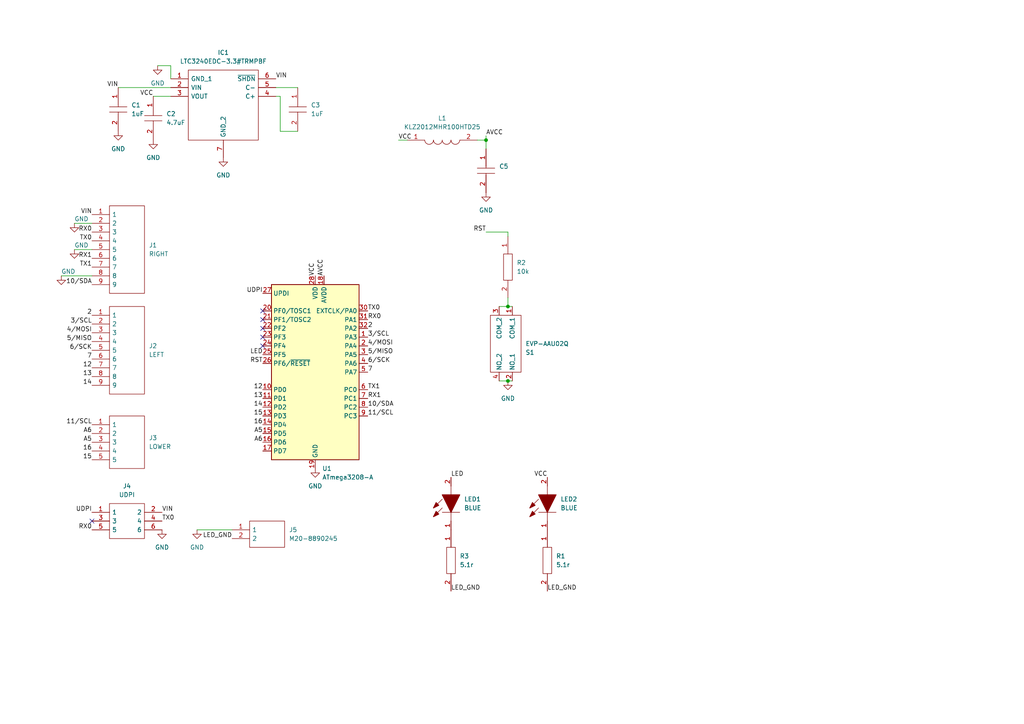
<source format=kicad_sch>
(kicad_sch (version 20211123) (generator eeschema)

  (uuid e63e39d7-6ac0-4ffd-8aa3-1841a4541b55)

  (paper "A4")

  (lib_symbols
    (symbol "150060BS75000:150060BS75000" (pin_names (offset 0.762)) (in_bom yes) (on_board yes)
      (property "Reference" "LED" (id 0) (at 12.7 8.89 0)
        (effects (font (size 1.27 1.27)) (justify left bottom))
      )
      (property "Value" "150060BS75000" (id 1) (at 12.7 6.35 0)
        (effects (font (size 1.27 1.27)) (justify left bottom))
      )
      (property "Footprint" "LEDC1608X80N" (id 2) (at 12.7 3.81 0)
        (effects (font (size 1.27 1.27)) (justify left bottom) hide)
      )
      (property "Datasheet" "https://componentsearchengine.com/Datasheets/2/150060BS75000.pdf" (id 3) (at 12.7 1.27 0)
        (effects (font (size 1.27 1.27)) (justify left bottom) hide)
      )
      (property "Description" "LED,Wurth Elektronik,150060BS75000 Wurth Elektronik 150060BS75000, WL-SMCW Series Blue LED, 470 nm 1608 (0603) Clear, Rectangle Lens SMD package" (id 4) (at 12.7 -1.27 0)
        (effects (font (size 1.27 1.27)) (justify left bottom) hide)
      )
      (property "Height" "0.8" (id 5) (at 12.7 -3.81 0)
        (effects (font (size 1.27 1.27)) (justify left bottom) hide)
      )
      (property "Mouser Part Number" "710-150060BS75000" (id 6) (at 12.7 -6.35 0)
        (effects (font (size 1.27 1.27)) (justify left bottom) hide)
      )
      (property "Mouser Price/Stock" "https://www.mouser.co.uk/ProductDetail/Wurth-Elektronik/150060BS75000?qs=LlUlMxKIyB2DLLpXQThavA%3D%3D" (id 7) (at 12.7 -8.89 0)
        (effects (font (size 1.27 1.27)) (justify left bottom) hide)
      )
      (property "Manufacturer_Name" "Wurth Elektronik" (id 8) (at 12.7 -11.43 0)
        (effects (font (size 1.27 1.27)) (justify left bottom) hide)
      )
      (property "Manufacturer_Part_Number" "150060BS75000" (id 9) (at 12.7 -13.97 0)
        (effects (font (size 1.27 1.27)) (justify left bottom) hide)
      )
      (property "ki_description" "LED,Wurth Elektronik,150060BS75000 Wurth Elektronik 150060BS75000, WL-SMCW Series Blue LED, 470 nm 1608 (0603) Clear, Rectangle Lens SMD package" (id 10) (at 0 0 0)
        (effects (font (size 1.27 1.27)) hide)
      )
      (symbol "150060BS75000_0_0"
        (pin passive line (at 0 0 0) (length 2.54)
          (name "~" (effects (font (size 1.27 1.27))))
          (number "1" (effects (font (size 1.27 1.27))))
        )
        (pin passive line (at 15.24 0 180) (length 2.54)
          (name "~" (effects (font (size 1.27 1.27))))
          (number "2" (effects (font (size 1.27 1.27))))
        )
      )
      (symbol "150060BS75000_0_1"
        (polyline
          (pts
            (xy 2.54 0)
            (xy 5.08 0)
          )
          (stroke (width 0.1524) (type default) (color 0 0 0 0))
          (fill (type none))
        )
        (polyline
          (pts
            (xy 5.08 2.54)
            (xy 5.08 -2.54)
          )
          (stroke (width 0.1524) (type default) (color 0 0 0 0))
          (fill (type none))
        )
        (polyline
          (pts
            (xy 6.35 2.54)
            (xy 3.81 5.08)
          )
          (stroke (width 0.1524) (type default) (color 0 0 0 0))
          (fill (type none))
        )
        (polyline
          (pts
            (xy 8.89 2.54)
            (xy 6.35 5.08)
          )
          (stroke (width 0.1524) (type default) (color 0 0 0 0))
          (fill (type none))
        )
        (polyline
          (pts
            (xy 10.16 0)
            (xy 12.7 0)
          )
          (stroke (width 0.1524) (type default) (color 0 0 0 0))
          (fill (type none))
        )
        (polyline
          (pts
            (xy 5.08 0)
            (xy 10.16 2.54)
            (xy 10.16 -2.54)
            (xy 5.08 0)
          )
          (stroke (width 0.254) (type default) (color 0 0 0 0))
          (fill (type outline))
        )
        (polyline
          (pts
            (xy 5.334 4.318)
            (xy 4.572 3.556)
            (xy 3.81 5.08)
            (xy 5.334 4.318)
          )
          (stroke (width 0.254) (type default) (color 0 0 0 0))
          (fill (type outline))
        )
        (polyline
          (pts
            (xy 7.874 4.318)
            (xy 7.112 3.556)
            (xy 6.35 5.08)
            (xy 7.874 4.318)
          )
          (stroke (width 0.254) (type default) (color 0 0 0 0))
          (fill (type outline))
        )
      )
    )
    (symbol "87914-0616:87914-0616" (pin_names (offset 0.762)) (in_bom yes) (on_board yes)
      (property "Reference" "J" (id 0) (at 16.51 7.62 0)
        (effects (font (size 1.27 1.27)) (justify left))
      )
      (property "Value" "87914-0616" (id 1) (at 16.51 5.08 0)
        (effects (font (size 1.27 1.27)) (justify left))
      )
      (property "Footprint" "HDRV6W69P254_2X3_762X498X813P" (id 2) (at 16.51 2.54 0)
        (effects (font (size 1.27 1.27)) (justify left) hide)
      )
      (property "Datasheet" "https://componentsearchengine.com/Datasheets/1/87914-0616.pdf" (id 3) (at 16.51 0 0)
        (effects (font (size 1.27 1.27)) (justify left) hide)
      )
      (property "Description" "Headers & Wire Housings C-Grid DRSW TH Hdr. d DRSW TH Hdr. 6ckt" (id 4) (at 16.51 -2.54 0)
        (effects (font (size 1.27 1.27)) (justify left) hide)
      )
      (property "Height" "8.13" (id 5) (at 16.51 -5.08 0)
        (effects (font (size 1.27 1.27)) (justify left) hide)
      )
      (property "Mouser Part Number" "538-87914-0616" (id 6) (at 16.51 -7.62 0)
        (effects (font (size 1.27 1.27)) (justify left) hide)
      )
      (property "Mouser Price/Stock" "https://www.mouser.co.uk/ProductDetail/Molex/87914-0616?qs=kNSQ05%252BLZoBo4AngQXuI9A%3D%3D" (id 7) (at 16.51 -10.16 0)
        (effects (font (size 1.27 1.27)) (justify left) hide)
      )
      (property "Manufacturer_Name" "Molex" (id 8) (at 16.51 -12.7 0)
        (effects (font (size 1.27 1.27)) (justify left) hide)
      )
      (property "Manufacturer_Part_Number" "87914-0616" (id 9) (at 16.51 -15.24 0)
        (effects (font (size 1.27 1.27)) (justify left) hide)
      )
      (property "ki_description" "Headers & Wire Housings C-Grid DRSW TH Hdr. d DRSW TH Hdr. 6ckt" (id 10) (at 0 0 0)
        (effects (font (size 1.27 1.27)) hide)
      )
      (symbol "87914-0616_0_0"
        (pin passive line (at 0 0 0) (length 5.08)
          (name "1" (effects (font (size 1.27 1.27))))
          (number "1" (effects (font (size 1.27 1.27))))
        )
        (pin passive line (at 20.32 0 180) (length 5.08)
          (name "2" (effects (font (size 1.27 1.27))))
          (number "2" (effects (font (size 1.27 1.27))))
        )
        (pin passive line (at 0 -2.54 0) (length 5.08)
          (name "3" (effects (font (size 1.27 1.27))))
          (number "3" (effects (font (size 1.27 1.27))))
        )
        (pin passive line (at 20.32 -2.54 180) (length 5.08)
          (name "4" (effects (font (size 1.27 1.27))))
          (number "4" (effects (font (size 1.27 1.27))))
        )
        (pin passive line (at 0 -5.08 0) (length 5.08)
          (name "5" (effects (font (size 1.27 1.27))))
          (number "5" (effects (font (size 1.27 1.27))))
        )
        (pin passive line (at 20.32 -5.08 180) (length 5.08)
          (name "6" (effects (font (size 1.27 1.27))))
          (number "6" (effects (font (size 1.27 1.27))))
        )
      )
      (symbol "87914-0616_0_1"
        (polyline
          (pts
            (xy 5.08 2.54)
            (xy 15.24 2.54)
            (xy 15.24 -7.62)
            (xy 5.08 -7.62)
            (xy 5.08 2.54)
          )
          (stroke (width 0.1524) (type default) (color 0 0 0 0))
          (fill (type none))
        )
      )
    )
    (symbol "EVP-AAU02Q:EVP-AAU02Q" (in_bom yes) (on_board yes)
      (property "Reference" "S1" (id 0) (at 1.9051 0 90)
        (effects (font (size 1.27 1.27)) (justify left))
      )
      (property "Value" "EVP-AAU02Q" (id 1) (at -0.6349 0 90)
        (effects (font (size 1.27 1.27)) (justify left))
      )
      (property "Footprint" "EVP-AAU02Q:EVP-AAU02Q" (id 2) (at 0 0 0)
        (effects (font (size 1.27 1.27)) hide)
      )
      (property "Datasheet" "" (id 3) (at 0 0 0)
        (effects (font (size 1.27 1.27)) hide)
      )
      (symbol "EVP-AAU02Q_0_1"
        (rectangle (start -8.89 -1.27) (end 7.62 -10.16)
          (stroke (width 0) (type default) (color 0 0 0 0))
          (fill (type none))
        )
      )
      (symbol "EVP-AAU02Q_1_1"
        (pin input line (at -11.43 -3.81 0) (length 2.54)
          (name "COM_1" (effects (font (size 1.27 1.27))))
          (number "1" (effects (font (size 1.27 1.27))))
        )
        (pin input line (at 10.16 -3.81 180) (length 2.54)
          (name "NO_1" (effects (font (size 1.27 1.27))))
          (number "2" (effects (font (size 1.27 1.27))))
        )
        (pin input line (at -11.43 -7.62 0) (length 2.54)
          (name "COM_2" (effects (font (size 1.27 1.27))))
          (number "3" (effects (font (size 1.27 1.27))))
        )
        (pin input line (at 10.16 -7.62 180) (length 2.54)
          (name "NO_2" (effects (font (size 1.27 1.27))))
          (number "4" (effects (font (size 1.27 1.27))))
        )
      )
    )
    (symbol "HTSW-105-07-TM-S:HTSW-105-07-TM-S" (pin_names (offset 0.762)) (in_bom yes) (on_board yes)
      (property "Reference" "J" (id 0) (at 16.51 7.62 0)
        (effects (font (size 1.27 1.27)) (justify left))
      )
      (property "Value" "HTSW-105-07-TM-S" (id 1) (at 16.51 5.08 0)
        (effects (font (size 1.27 1.27)) (justify left))
      )
      (property "Footprint" "HDRV5W64P0X254_1X5_1270X248X838P" (id 2) (at 16.51 2.54 0)
        (effects (font (size 1.27 1.27)) (justify left) hide)
      )
      (property "Datasheet" "http://suddendocs.samtec.com/catalog_english/htsw_th.pdf" (id 3) (at 16.51 0 0)
        (effects (font (size 1.27 1.27)) (justify left) hide)
      )
      (property "Description" "Headers & Wire Housings .100\" High-Temp Terminal Strip" (id 4) (at 16.51 -2.54 0)
        (effects (font (size 1.27 1.27)) (justify left) hide)
      )
      (property "Height" "8.38" (id 5) (at 16.51 -5.08 0)
        (effects (font (size 1.27 1.27)) (justify left) hide)
      )
      (property "Mouser Part Number" "200-HTSW10507TMS" (id 6) (at 16.51 -7.62 0)
        (effects (font (size 1.27 1.27)) (justify left) hide)
      )
      (property "Mouser Price/Stock" "https://www.mouser.co.uk/ProductDetail/Samtec/HTSW-105-07-TM-S?qs=Cqqh%252BS766wm7W5Z07zuTZg%3D%3D" (id 7) (at 16.51 -10.16 0)
        (effects (font (size 1.27 1.27)) (justify left) hide)
      )
      (property "Manufacturer_Name" "SAMTEC" (id 8) (at 16.51 -12.7 0)
        (effects (font (size 1.27 1.27)) (justify left) hide)
      )
      (property "Manufacturer_Part_Number" "HTSW-105-07-TM-S" (id 9) (at 16.51 -15.24 0)
        (effects (font (size 1.27 1.27)) (justify left) hide)
      )
      (property "ki_description" "Headers & Wire Housings .100\" High-Temp Terminal Strip" (id 10) (at 0 0 0)
        (effects (font (size 1.27 1.27)) hide)
      )
      (symbol "HTSW-105-07-TM-S_0_0"
        (pin passive line (at 0 0 0) (length 5.08)
          (name "1" (effects (font (size 1.27 1.27))))
          (number "1" (effects (font (size 1.27 1.27))))
        )
        (pin passive line (at 0 -2.54 0) (length 5.08)
          (name "2" (effects (font (size 1.27 1.27))))
          (number "2" (effects (font (size 1.27 1.27))))
        )
        (pin passive line (at 0 -5.08 0) (length 5.08)
          (name "3" (effects (font (size 1.27 1.27))))
          (number "3" (effects (font (size 1.27 1.27))))
        )
        (pin passive line (at 0 -7.62 0) (length 5.08)
          (name "4" (effects (font (size 1.27 1.27))))
          (number "4" (effects (font (size 1.27 1.27))))
        )
        (pin passive line (at 0 -10.16 0) (length 5.08)
          (name "5" (effects (font (size 1.27 1.27))))
          (number "5" (effects (font (size 1.27 1.27))))
        )
      )
      (symbol "HTSW-105-07-TM-S_0_1"
        (polyline
          (pts
            (xy 5.08 2.54)
            (xy 15.24 2.54)
            (xy 15.24 -12.7)
            (xy 5.08 -12.7)
            (xy 5.08 2.54)
          )
          (stroke (width 0.1524) (type default) (color 0 0 0 0))
          (fill (type none))
        )
      )
    )
    (symbol "HTSW-109-07-L-S:HTSW-109-07-L-S" (pin_names (offset 0.762)) (in_bom yes) (on_board yes)
      (property "Reference" "J" (id 0) (at 16.51 7.62 0)
        (effects (font (size 1.27 1.27)) (justify left))
      )
      (property "Value" "HTSW-109-07-L-S" (id 1) (at 16.51 5.08 0)
        (effects (font (size 1.27 1.27)) (justify left))
      )
      (property "Footprint" "HDRV9W64P0X254_1X9_2286X248X838P" (id 2) (at 16.51 2.54 0)
        (effects (font (size 1.27 1.27)) (justify left) hide)
      )
      (property "Datasheet" "https://componentsearchengine.com/Datasheets/1/HTSW-109-07-L-S.pdf" (id 3) (at 16.51 0 0)
        (effects (font (size 1.27 1.27)) (justify left) hide)
      )
      (property "Description" "SAMTEC - HTSW-109-07-L-S - HEADER, 2.54MM, VERTICAL THT, 9WAY" (id 4) (at 16.51 -2.54 0)
        (effects (font (size 1.27 1.27)) (justify left) hide)
      )
      (property "Height" "8.38" (id 5) (at 16.51 -5.08 0)
        (effects (font (size 1.27 1.27)) (justify left) hide)
      )
      (property "Mouser Part Number" "200-HTSW10907LS" (id 6) (at 16.51 -7.62 0)
        (effects (font (size 1.27 1.27)) (justify left) hide)
      )
      (property "Mouser Price/Stock" "https://www.mouser.com/Search/Refine.aspx?Keyword=200-HTSW10907LS" (id 7) (at 16.51 -10.16 0)
        (effects (font (size 1.27 1.27)) (justify left) hide)
      )
      (property "Manufacturer_Name" "SAMTEC" (id 8) (at 16.51 -12.7 0)
        (effects (font (size 1.27 1.27)) (justify left) hide)
      )
      (property "Manufacturer_Part_Number" "HTSW-109-07-L-S" (id 9) (at 16.51 -15.24 0)
        (effects (font (size 1.27 1.27)) (justify left) hide)
      )
      (property "ki_description" "SAMTEC - HTSW-109-07-L-S - HEADER, 2.54MM, VERTICAL THT, 9WAY" (id 10) (at 0 0 0)
        (effects (font (size 1.27 1.27)) hide)
      )
      (symbol "HTSW-109-07-L-S_0_0"
        (pin passive line (at 0 0 0) (length 5.08)
          (name "1" (effects (font (size 1.27 1.27))))
          (number "1" (effects (font (size 1.27 1.27))))
        )
        (pin passive line (at 0 -2.54 0) (length 5.08)
          (name "2" (effects (font (size 1.27 1.27))))
          (number "2" (effects (font (size 1.27 1.27))))
        )
        (pin passive line (at 0 -5.08 0) (length 5.08)
          (name "3" (effects (font (size 1.27 1.27))))
          (number "3" (effects (font (size 1.27 1.27))))
        )
        (pin passive line (at 0 -7.62 0) (length 5.08)
          (name "4" (effects (font (size 1.27 1.27))))
          (number "4" (effects (font (size 1.27 1.27))))
        )
        (pin passive line (at 0 -10.16 0) (length 5.08)
          (name "5" (effects (font (size 1.27 1.27))))
          (number "5" (effects (font (size 1.27 1.27))))
        )
        (pin passive line (at 0 -12.7 0) (length 5.08)
          (name "6" (effects (font (size 1.27 1.27))))
          (number "6" (effects (font (size 1.27 1.27))))
        )
        (pin passive line (at 0 -15.24 0) (length 5.08)
          (name "7" (effects (font (size 1.27 1.27))))
          (number "7" (effects (font (size 1.27 1.27))))
        )
        (pin passive line (at 0 -17.78 0) (length 5.08)
          (name "8" (effects (font (size 1.27 1.27))))
          (number "8" (effects (font (size 1.27 1.27))))
        )
        (pin passive line (at 0 -20.32 0) (length 5.08)
          (name "9" (effects (font (size 1.27 1.27))))
          (number "9" (effects (font (size 1.27 1.27))))
        )
      )
      (symbol "HTSW-109-07-L-S_0_1"
        (polyline
          (pts
            (xy 5.08 2.54)
            (xy 15.24 2.54)
            (xy 15.24 -22.86)
            (xy 5.08 -22.86)
            (xy 5.08 2.54)
          )
          (stroke (width 0.1524) (type default) (color 0 0 0 0))
          (fill (type none))
        )
      )
    )
    (symbol "KLZ2012MHR100HTD25:KLZ2012MHR100HTD25" (pin_names (offset 0.762)) (in_bom yes) (on_board yes)
      (property "Reference" "L" (id 0) (at 16.51 6.35 0)
        (effects (font (size 1.27 1.27)) (justify left))
      )
      (property "Value" "KLZ2012MHR100HTD25" (id 1) (at 16.51 3.81 0)
        (effects (font (size 1.27 1.27)) (justify left))
      )
      (property "Footprint" "INDC2012X145N" (id 2) (at 16.51 1.27 0)
        (effects (font (size 1.27 1.27)) (justify left) hide)
      )
      (property "Datasheet" "https://product.tdk.com/system/files/dam/doc/product/inductor/inductor/smd/catalog/inductor_automotive_decoupling_klz2012-hr_en.pdf" (id 3) (at 16.51 -1.27 0)
        (effects (font (size 1.27 1.27)) (justify left) hide)
      )
      (property "Description" "Inductors for decoupling circuits, Soft termination, KLZ-HR series (for automotive)" (id 4) (at 16.51 -3.81 0)
        (effects (font (size 1.27 1.27)) (justify left) hide)
      )
      (property "Height" "1.45" (id 5) (at 16.51 -6.35 0)
        (effects (font (size 1.27 1.27)) (justify left) hide)
      )
      (property "Mouser Part Number" "810-KLZ2012MHR100HTD" (id 6) (at 16.51 -8.89 0)
        (effects (font (size 1.27 1.27)) (justify left) hide)
      )
      (property "Mouser Price/Stock" "https://www.mouser.co.uk/ProductDetail/TDK/KLZ2012MHR100HTD25?qs=5aG0NVq1C4z7XTXkifhyMA%3D%3D" (id 7) (at 16.51 -11.43 0)
        (effects (font (size 1.27 1.27)) (justify left) hide)
      )
      (property "Manufacturer_Name" "TDK" (id 8) (at 16.51 -13.97 0)
        (effects (font (size 1.27 1.27)) (justify left) hide)
      )
      (property "Manufacturer_Part_Number" "KLZ2012MHR100HTD25" (id 9) (at 16.51 -16.51 0)
        (effects (font (size 1.27 1.27)) (justify left) hide)
      )
      (property "ki_description" "Inductors for decoupling circuits, Soft termination, KLZ-HR series (for automotive)" (id 10) (at 0 0 0)
        (effects (font (size 1.27 1.27)) hide)
      )
      (symbol "KLZ2012MHR100HTD25_0_0"
        (pin passive line (at 0 0 0) (length 5.08)
          (name "~" (effects (font (size 1.27 1.27))))
          (number "1" (effects (font (size 1.27 1.27))))
        )
        (pin passive line (at 20.32 0 180) (length 5.08)
          (name "~" (effects (font (size 1.27 1.27))))
          (number "2" (effects (font (size 1.27 1.27))))
        )
      )
      (symbol "KLZ2012MHR100HTD25_0_1"
        (arc (start 5.08 0) (mid 6.35 -1.3218) (end 7.62 0)
          (stroke (width 0.1524) (type default) (color 0 0 0 0))
          (fill (type none))
        )
        (arc (start 7.62 0) (mid 8.89 -1.3218) (end 10.16 0)
          (stroke (width 0.1524) (type default) (color 0 0 0 0))
          (fill (type none))
        )
        (arc (start 10.16 0) (mid 11.43 -1.3218) (end 12.7 0)
          (stroke (width 0.1524) (type default) (color 0 0 0 0))
          (fill (type none))
        )
        (arc (start 12.7 0) (mid 13.97 -1.3218) (end 15.24 0)
          (stroke (width 0.1524) (type default) (color 0 0 0 0))
          (fill (type none))
        )
      )
    )
    (symbol "LTC3240EDC-3.3#TRMPBF:LTC3240EDC-3.3#TRMPBF" (pin_names (offset 0.762)) (in_bom yes) (on_board yes)
      (property "Reference" "IC" (id 0) (at 26.67 7.62 0)
        (effects (font (size 1.27 1.27)) (justify left))
      )
      (property "Value" "LTC3240EDC-3.3#TRMPBF" (id 1) (at 26.67 5.08 0)
        (effects (font (size 1.27 1.27)) (justify left))
      )
      (property "Footprint" "SON50P200X200X80-7N-D" (id 2) (at 26.67 2.54 0)
        (effects (font (size 1.27 1.27)) (justify left) hide)
      )
      (property "Datasheet" "https://datasheet.datasheetarchive.com/originals/distributors/SFDatasheet-4/sf-00091809.pdf" (id 3) (at 26.67 0 0)
        (effects (font (size 1.27 1.27)) (justify left) hide)
      )
      (property "Description" "Linear Technology LTC3240EDC-3.3#TRMPBF, Charge Pump Step Down 150mA 1.8 MHz, 3.3 V, 6-Pin, DFN" (id 4) (at 26.67 -2.54 0)
        (effects (font (size 1.27 1.27)) (justify left) hide)
      )
      (property "Height" "0.8" (id 5) (at 26.67 -5.08 0)
        (effects (font (size 1.27 1.27)) (justify left) hide)
      )
      (property "Mouser Part Number" "584-C3240EDC-3.3TMPF" (id 6) (at 26.67 -7.62 0)
        (effects (font (size 1.27 1.27)) (justify left) hide)
      )
      (property "Mouser Price/Stock" "https://www.mouser.co.uk/ProductDetail/Analog-Devices-Linear-Technology/LTC3240EDC-33TRMPBF?qs=hVkxg5c3xu%252B3PjLSw%2FhtsQ%3D%3D" (id 7) (at 26.67 -10.16 0)
        (effects (font (size 1.27 1.27)) (justify left) hide)
      )
      (property "Manufacturer_Name" "Linear Technology" (id 8) (at 26.67 -12.7 0)
        (effects (font (size 1.27 1.27)) (justify left) hide)
      )
      (property "Manufacturer_Part_Number" "LTC3240EDC-3.3#TRMPBF" (id 9) (at 26.67 -15.24 0)
        (effects (font (size 1.27 1.27)) (justify left) hide)
      )
      (property "ki_description" "Linear Technology LTC3240EDC-3.3#TRMPBF, Charge Pump Step Down 150mA 1.8 MHz, 3.3 V, 6-Pin, DFN" (id 10) (at 0 0 0)
        (effects (font (size 1.27 1.27)) hide)
      )
      (symbol "LTC3240EDC-3.3#TRMPBF_0_0"
        (pin passive line (at 0 0 0) (length 5.08)
          (name "GND_1" (effects (font (size 1.27 1.27))))
          (number "1" (effects (font (size 1.27 1.27))))
        )
        (pin passive line (at 0 -2.54 0) (length 5.08)
          (name "VIN" (effects (font (size 1.27 1.27))))
          (number "2" (effects (font (size 1.27 1.27))))
        )
        (pin passive line (at 0 -5.08 0) (length 5.08)
          (name "VOUT" (effects (font (size 1.27 1.27))))
          (number "3" (effects (font (size 1.27 1.27))))
        )
        (pin passive line (at 30.48 -5.08 180) (length 5.08)
          (name "C+" (effects (font (size 1.27 1.27))))
          (number "4" (effects (font (size 1.27 1.27))))
        )
        (pin passive line (at 30.48 -2.54 180) (length 5.08)
          (name "C-" (effects (font (size 1.27 1.27))))
          (number "5" (effects (font (size 1.27 1.27))))
        )
        (pin passive line (at 30.48 0 180) (length 5.08)
          (name "~{SHDN}" (effects (font (size 1.27 1.27))))
          (number "6" (effects (font (size 1.27 1.27))))
        )
        (pin passive line (at 15.24 -22.86 90) (length 5.08)
          (name "GND_2" (effects (font (size 1.27 1.27))))
          (number "7" (effects (font (size 1.27 1.27))))
        )
      )
      (symbol "LTC3240EDC-3.3#TRMPBF_0_1"
        (polyline
          (pts
            (xy 5.08 2.54)
            (xy 25.4 2.54)
            (xy 25.4 -17.78)
            (xy 5.08 -17.78)
            (xy 5.08 2.54)
          )
          (stroke (width 0.1524) (type default) (color 0 0 0 0))
          (fill (type none))
        )
      )
    )
    (symbol "M20-8890245:M20-8890245" (pin_names (offset 0.762)) (in_bom yes) (on_board yes)
      (property "Reference" "J" (id 0) (at 16.51 7.62 0)
        (effects (font (size 1.27 1.27)) (justify left))
      )
      (property "Value" "M20-8890245" (id 1) (at 16.51 5.08 0)
        (effects (font (size 1.27 1.27)) (justify left))
      )
      (property "Footprint" "M208890245" (id 2) (at 16.51 2.54 0)
        (effects (font (size 1.27 1.27)) (justify left) hide)
      )
      (property "Datasheet" "https://cdn.harwin.com/pdfs/M20-889.pdf" (id 3) (at 16.51 0 0)
        (effects (font (size 1.27 1.27)) (justify left) hide)
      )
      (property "Description" "2.54mm (0.1\") Pitch SIL SMT Horizontal Pin Header, 2.5mm housing height, gold, 2 contacts" (id 4) (at 16.51 -2.54 0)
        (effects (font (size 1.27 1.27)) (justify left) hide)
      )
      (property "Height" "" (id 5) (at 16.51 -5.08 0)
        (effects (font (size 1.27 1.27)) (justify left) hide)
      )
      (property "Mouser Part Number" "855-M20-8890245" (id 6) (at 16.51 -7.62 0)
        (effects (font (size 1.27 1.27)) (justify left) hide)
      )
      (property "Mouser Price/Stock" "https://www.mouser.co.uk/ProductDetail/Harwin/M20-8890245?qs=k41KVqW3ympM87EojPobCg%3D%3D" (id 7) (at 16.51 -10.16 0)
        (effects (font (size 1.27 1.27)) (justify left) hide)
      )
      (property "Manufacturer_Name" "Harwin" (id 8) (at 16.51 -12.7 0)
        (effects (font (size 1.27 1.27)) (justify left) hide)
      )
      (property "Manufacturer_Part_Number" "M20-8890245" (id 9) (at 16.51 -15.24 0)
        (effects (font (size 1.27 1.27)) (justify left) hide)
      )
      (property "ki_description" "2.54mm (0.1\") Pitch SIL SMT Horizontal Pin Header, 2.5mm housing height, gold, 2 contacts" (id 10) (at 0 0 0)
        (effects (font (size 1.27 1.27)) hide)
      )
      (symbol "M20-8890245_0_0"
        (pin passive line (at 0 0 0) (length 5.08)
          (name "1" (effects (font (size 1.27 1.27))))
          (number "1" (effects (font (size 1.27 1.27))))
        )
        (pin passive line (at 0 -2.54 0) (length 5.08)
          (name "2" (effects (font (size 1.27 1.27))))
          (number "2" (effects (font (size 1.27 1.27))))
        )
      )
      (symbol "M20-8890245_0_1"
        (polyline
          (pts
            (xy 5.08 2.54)
            (xy 15.24 2.54)
            (xy 15.24 -5.08)
            (xy 5.08 -5.08)
            (xy 5.08 2.54)
          )
          (stroke (width 0.1524) (type default) (color 0 0 0 0))
          (fill (type none))
        )
      )
    )
    (symbol "MCU_Microchip_ATmega:ATmega3208-A" (in_bom yes) (on_board yes)
      (property "Reference" "U" (id 0) (at -12.7 26.67 0)
        (effects (font (size 1.27 1.27)) (justify left bottom))
      )
      (property "Value" "ATmega3208-A" (id 1) (at 2.54 -26.67 0)
        (effects (font (size 1.27 1.27)) (justify left top))
      )
      (property "Footprint" "Package_QFP:TQFP-32_7x7mm_P0.8mm" (id 2) (at 0 0 0)
        (effects (font (size 1.27 1.27) italic) hide)
      )
      (property "Datasheet" "http://ww1.microchip.com/downloads/en/DeviceDoc/40002017A.pdf" (id 3) (at 0 0 0)
        (effects (font (size 1.27 1.27)) hide)
      )
      (property "ki_keywords" "AVR 8bit Microcontroller MegaAVR" (id 4) (at 0 0 0)
        (effects (font (size 1.27 1.27)) hide)
      )
      (property "ki_description" "20MHz, 32kB Flash, 4kB SRAM, 256B EEPROM, TQFP-32" (id 5) (at 0 0 0)
        (effects (font (size 1.27 1.27)) hide)
      )
      (property "ki_fp_filters" "TQFP*7x7mm*P0.8mm*" (id 6) (at 0 0 0)
        (effects (font (size 1.27 1.27)) hide)
      )
      (symbol "ATmega3208-A_0_1"
        (rectangle (start -12.7 -25.4) (end 12.7 25.4)
          (stroke (width 0.254) (type default) (color 0 0 0 0))
          (fill (type background))
        )
      )
      (symbol "ATmega3208-A_1_1"
        (pin bidirectional line (at 15.24 10.16 180) (length 2.54)
          (name "PA3" (effects (font (size 1.27 1.27))))
          (number "1" (effects (font (size 1.27 1.27))))
        )
        (pin bidirectional line (at -15.24 -5.08 0) (length 2.54)
          (name "PD0" (effects (font (size 1.27 1.27))))
          (number "10" (effects (font (size 1.27 1.27))))
        )
        (pin bidirectional line (at -15.24 -7.62 0) (length 2.54)
          (name "PD1" (effects (font (size 1.27 1.27))))
          (number "11" (effects (font (size 1.27 1.27))))
        )
        (pin bidirectional line (at -15.24 -10.16 0) (length 2.54)
          (name "PD2" (effects (font (size 1.27 1.27))))
          (number "12" (effects (font (size 1.27 1.27))))
        )
        (pin bidirectional line (at -15.24 -12.7 0) (length 2.54)
          (name "PD3" (effects (font (size 1.27 1.27))))
          (number "13" (effects (font (size 1.27 1.27))))
        )
        (pin bidirectional line (at -15.24 -15.24 0) (length 2.54)
          (name "PD4" (effects (font (size 1.27 1.27))))
          (number "14" (effects (font (size 1.27 1.27))))
        )
        (pin bidirectional line (at -15.24 -17.78 0) (length 2.54)
          (name "PD5" (effects (font (size 1.27 1.27))))
          (number "15" (effects (font (size 1.27 1.27))))
        )
        (pin bidirectional line (at -15.24 -20.32 0) (length 2.54)
          (name "PD6" (effects (font (size 1.27 1.27))))
          (number "16" (effects (font (size 1.27 1.27))))
        )
        (pin bidirectional line (at -15.24 -22.86 0) (length 2.54)
          (name "PD7" (effects (font (size 1.27 1.27))))
          (number "17" (effects (font (size 1.27 1.27))))
        )
        (pin power_in line (at 2.54 27.94 270) (length 2.54)
          (name "AVDD" (effects (font (size 1.27 1.27))))
          (number "18" (effects (font (size 1.27 1.27))))
        )
        (pin power_in line (at 0 -27.94 90) (length 2.54)
          (name "GND" (effects (font (size 1.27 1.27))))
          (number "19" (effects (font (size 1.27 1.27))))
        )
        (pin bidirectional line (at 15.24 7.62 180) (length 2.54)
          (name "PA4" (effects (font (size 1.27 1.27))))
          (number "2" (effects (font (size 1.27 1.27))))
        )
        (pin bidirectional line (at -15.24 17.78 0) (length 2.54)
          (name "PF0/TOSC1" (effects (font (size 1.27 1.27))))
          (number "20" (effects (font (size 1.27 1.27))))
        )
        (pin bidirectional line (at -15.24 15.24 0) (length 2.54)
          (name "PF1/TOSC2" (effects (font (size 1.27 1.27))))
          (number "21" (effects (font (size 1.27 1.27))))
        )
        (pin bidirectional line (at -15.24 12.7 0) (length 2.54)
          (name "PF2" (effects (font (size 1.27 1.27))))
          (number "22" (effects (font (size 1.27 1.27))))
        )
        (pin bidirectional line (at -15.24 10.16 0) (length 2.54)
          (name "PF3" (effects (font (size 1.27 1.27))))
          (number "23" (effects (font (size 1.27 1.27))))
        )
        (pin bidirectional line (at -15.24 7.62 0) (length 2.54)
          (name "PF4" (effects (font (size 1.27 1.27))))
          (number "24" (effects (font (size 1.27 1.27))))
        )
        (pin bidirectional line (at -15.24 5.08 0) (length 2.54)
          (name "PF5" (effects (font (size 1.27 1.27))))
          (number "25" (effects (font (size 1.27 1.27))))
        )
        (pin bidirectional line (at -15.24 2.54 0) (length 2.54)
          (name "PF6/~{RESET}" (effects (font (size 1.27 1.27))))
          (number "26" (effects (font (size 1.27 1.27))))
        )
        (pin bidirectional line (at -15.24 22.86 0) (length 2.54)
          (name "UPDI" (effects (font (size 1.27 1.27))))
          (number "27" (effects (font (size 1.27 1.27))))
        )
        (pin power_in line (at 0 27.94 270) (length 2.54)
          (name "VDD" (effects (font (size 1.27 1.27))))
          (number "28" (effects (font (size 1.27 1.27))))
        )
        (pin passive line (at 0 -27.94 90) (length 2.54) hide
          (name "GND" (effects (font (size 1.27 1.27))))
          (number "29" (effects (font (size 1.27 1.27))))
        )
        (pin bidirectional line (at 15.24 5.08 180) (length 2.54)
          (name "PA5" (effects (font (size 1.27 1.27))))
          (number "3" (effects (font (size 1.27 1.27))))
        )
        (pin bidirectional line (at 15.24 17.78 180) (length 2.54)
          (name "EXTCLK/PA0" (effects (font (size 1.27 1.27))))
          (number "30" (effects (font (size 1.27 1.27))))
        )
        (pin bidirectional line (at 15.24 15.24 180) (length 2.54)
          (name "PA1" (effects (font (size 1.27 1.27))))
          (number "31" (effects (font (size 1.27 1.27))))
        )
        (pin bidirectional line (at 15.24 12.7 180) (length 2.54)
          (name "PA2" (effects (font (size 1.27 1.27))))
          (number "32" (effects (font (size 1.27 1.27))))
        )
        (pin bidirectional line (at 15.24 2.54 180) (length 2.54)
          (name "PA6" (effects (font (size 1.27 1.27))))
          (number "4" (effects (font (size 1.27 1.27))))
        )
        (pin bidirectional line (at 15.24 0 180) (length 2.54)
          (name "PA7" (effects (font (size 1.27 1.27))))
          (number "5" (effects (font (size 1.27 1.27))))
        )
        (pin bidirectional line (at 15.24 -5.08 180) (length 2.54)
          (name "PC0" (effects (font (size 1.27 1.27))))
          (number "6" (effects (font (size 1.27 1.27))))
        )
        (pin bidirectional line (at 15.24 -7.62 180) (length 2.54)
          (name "PC1" (effects (font (size 1.27 1.27))))
          (number "7" (effects (font (size 1.27 1.27))))
        )
        (pin bidirectional line (at 15.24 -10.16 180) (length 2.54)
          (name "PC2" (effects (font (size 1.27 1.27))))
          (number "8" (effects (font (size 1.27 1.27))))
        )
        (pin bidirectional line (at 15.24 -12.7 180) (length 2.54)
          (name "PC3" (effects (font (size 1.27 1.27))))
          (number "9" (effects (font (size 1.27 1.27))))
        )
      )
    )
    (symbol "SamacSys_Parts:CR0805-J_-1R0ELF" (pin_names (offset 0.762)) (in_bom yes) (on_board yes)
      (property "Reference" "R" (id 0) (at 13.97 6.35 0)
        (effects (font (size 1.27 1.27)) (justify left))
      )
      (property "Value" "CR0805-J_-1R0ELF" (id 1) (at 13.97 3.81 0)
        (effects (font (size 1.27 1.27)) (justify left))
      )
      (property "Footprint" "RESC2012X60N" (id 2) (at 13.97 1.27 0)
        (effects (font (size 1.27 1.27)) (justify left) hide)
      )
      (property "Datasheet" "https://www.bourns.com/pdfs/chpreztr.pdf" (id 3) (at 13.97 -1.27 0)
        (effects (font (size 1.27 1.27)) (justify left) hide)
      )
      (property "Description" "Bourns CR0805-J Series Thick Film Surface Mount Fixed Resistor 0805 Case 1 +/-5% 0.125W +/-200ppm/C" (id 4) (at 13.97 -3.81 0)
        (effects (font (size 1.27 1.27)) (justify left) hide)
      )
      (property "Height" "0.6" (id 5) (at 13.97 -6.35 0)
        (effects (font (size 1.27 1.27)) (justify left) hide)
      )
      (property "Mouser Part Number" "652-CR0805-J/-1R0ELF" (id 6) (at 13.97 -8.89 0)
        (effects (font (size 1.27 1.27)) (justify left) hide)
      )
      (property "Mouser Price/Stock" "https://www.mouser.co.uk/ProductDetail/Bourns/CR0805-J-1R0ELF?qs=wL7NMIHXUPlPHo4IdJ6pLQ%3D%3D" (id 7) (at 13.97 -11.43 0)
        (effects (font (size 1.27 1.27)) (justify left) hide)
      )
      (property "Manufacturer_Name" "Bourns" (id 8) (at 13.97 -13.97 0)
        (effects (font (size 1.27 1.27)) (justify left) hide)
      )
      (property "Manufacturer_Part_Number" "CR0805-J/-1R0ELF" (id 9) (at 13.97 -16.51 0)
        (effects (font (size 1.27 1.27)) (justify left) hide)
      )
      (property "ki_description" "Bourns CR0805-J Series Thick Film Surface Mount Fixed Resistor 0805 Case 1 +/-5% 0.125W +/-200ppm/C" (id 10) (at 0 0 0)
        (effects (font (size 1.27 1.27)) hide)
      )
      (symbol "CR0805-J_-1R0ELF_0_0"
        (pin passive line (at 0 0 0) (length 5.08)
          (name "~" (effects (font (size 1.27 1.27))))
          (number "1" (effects (font (size 1.27 1.27))))
        )
        (pin passive line (at 17.78 0 180) (length 5.08)
          (name "~" (effects (font (size 1.27 1.27))))
          (number "2" (effects (font (size 1.27 1.27))))
        )
      )
      (symbol "CR0805-J_-1R0ELF_0_1"
        (polyline
          (pts
            (xy 5.08 1.27)
            (xy 12.7 1.27)
            (xy 12.7 -1.27)
            (xy 5.08 -1.27)
            (xy 5.08 1.27)
          )
          (stroke (width 0.1524) (type default) (color 0 0 0 0))
          (fill (type none))
        )
      )
    )
    (symbol "SamacSys_Parts:GCM188R71C104KA37J" (pin_names (offset 0.762)) (in_bom yes) (on_board yes)
      (property "Reference" "C" (id 0) (at 8.89 6.35 0)
        (effects (font (size 1.27 1.27)) (justify left))
      )
      (property "Value" "GCM188R71C104KA37J" (id 1) (at 8.89 3.81 0)
        (effects (font (size 1.27 1.27)) (justify left))
      )
      (property "Footprint" "CAPC1608X90N" (id 2) (at 8.89 1.27 0)
        (effects (font (size 1.27 1.27)) (justify left) hide)
      )
      (property "Datasheet" "https://datasheet.datasheetarchive.com/originals/distributors/Datasheets_SAMA/6a84f22995587894cf4220b9e75711fd.pdf" (id 3) (at 8.89 -1.27 0)
        (effects (font (size 1.27 1.27)) (justify left) hide)
      )
      (property "Description" "Multilayer Ceramic Capacitors MLCC - SMD/SMT .1uF 16Volts 10%" (id 4) (at 8.89 -3.81 0)
        (effects (font (size 1.27 1.27)) (justify left) hide)
      )
      (property "Height" "0.9" (id 5) (at 8.89 -6.35 0)
        (effects (font (size 1.27 1.27)) (justify left) hide)
      )
      (property "Mouser Part Number" "81-GCM188R71C104KA7J" (id 6) (at 8.89 -8.89 0)
        (effects (font (size 1.27 1.27)) (justify left) hide)
      )
      (property "Mouser Price/Stock" "https://www.mouser.co.uk/ProductDetail/Murata-Electronics/GCM188R71C104KA37J?qs=bGEzvQhTDnZD08oWyjLpYQ%3D%3D" (id 7) (at 8.89 -11.43 0)
        (effects (font (size 1.27 1.27)) (justify left) hide)
      )
      (property "Manufacturer_Name" "Murata Electronics" (id 8) (at 8.89 -13.97 0)
        (effects (font (size 1.27 1.27)) (justify left) hide)
      )
      (property "Manufacturer_Part_Number" "GCM188R71C104KA37J" (id 9) (at 8.89 -16.51 0)
        (effects (font (size 1.27 1.27)) (justify left) hide)
      )
      (property "ki_description" "Multilayer Ceramic Capacitors MLCC - SMD/SMT .1uF 16Volts 10%" (id 10) (at 0 0 0)
        (effects (font (size 1.27 1.27)) hide)
      )
      (symbol "GCM188R71C104KA37J_0_0"
        (pin passive line (at 0 0 0) (length 5.08)
          (name "~" (effects (font (size 1.27 1.27))))
          (number "1" (effects (font (size 1.27 1.27))))
        )
        (pin passive line (at 12.7 0 180) (length 5.08)
          (name "~" (effects (font (size 1.27 1.27))))
          (number "2" (effects (font (size 1.27 1.27))))
        )
      )
      (symbol "GCM188R71C104KA37J_0_1"
        (polyline
          (pts
            (xy 5.08 0)
            (xy 5.588 0)
          )
          (stroke (width 0.1524) (type default) (color 0 0 0 0))
          (fill (type none))
        )
        (polyline
          (pts
            (xy 5.588 2.54)
            (xy 5.588 -2.54)
          )
          (stroke (width 0.1524) (type default) (color 0 0 0 0))
          (fill (type none))
        )
        (polyline
          (pts
            (xy 7.112 0)
            (xy 7.62 0)
          )
          (stroke (width 0.1524) (type default) (color 0 0 0 0))
          (fill (type none))
        )
        (polyline
          (pts
            (xy 7.112 2.54)
            (xy 7.112 -2.54)
          )
          (stroke (width 0.1524) (type default) (color 0 0 0 0))
          (fill (type none))
        )
      )
    )
    (symbol "SamacSys_Parts:GRM188R61C105KA12J" (pin_names (offset 0.762)) (in_bom yes) (on_board yes)
      (property "Reference" "C" (id 0) (at 8.89 6.35 0)
        (effects (font (size 1.27 1.27)) (justify left))
      )
      (property "Value" "GRM188R61C105KA12J" (id 1) (at 8.89 3.81 0)
        (effects (font (size 1.27 1.27)) (justify left))
      )
      (property "Footprint" "CAPC1608X90N" (id 2) (at 8.89 1.27 0)
        (effects (font (size 1.27 1.27)) (justify left) hide)
      )
      (property "Datasheet" "http://componentsearchengine.com/Datasheets/1/GRM188R61C105KA12J.pdf" (id 3) (at 8.89 -1.27 0)
        (effects (font (size 1.27 1.27)) (justify left) hide)
      )
      (property "Description" "Multilayer Ceramic Capacitors MLCC - SMD/SMT 0603 1uF 16volts *Derate Voltage/Temp" (id 4) (at 8.89 -3.81 0)
        (effects (font (size 1.27 1.27)) (justify left) hide)
      )
      (property "Height" "0.9" (id 5) (at 8.89 -6.35 0)
        (effects (font (size 1.27 1.27)) (justify left) hide)
      )
      (property "Mouser Part Number" "81-GRM188R61C105KA2J" (id 6) (at 8.89 -8.89 0)
        (effects (font (size 1.27 1.27)) (justify left) hide)
      )
      (property "Mouser Price/Stock" "https://www.mouser.co.uk/ProductDetail/Murata-Electronics/GRM188R61C105KA12J?qs=giATsht9l5zorjRVstolWw%3D%3D" (id 7) (at 8.89 -11.43 0)
        (effects (font (size 1.27 1.27)) (justify left) hide)
      )
      (property "Manufacturer_Name" "Murata Electronics" (id 8) (at 8.89 -13.97 0)
        (effects (font (size 1.27 1.27)) (justify left) hide)
      )
      (property "Manufacturer_Part_Number" "GRM188R61C105KA12J" (id 9) (at 8.89 -16.51 0)
        (effects (font (size 1.27 1.27)) (justify left) hide)
      )
      (property "ki_description" "Multilayer Ceramic Capacitors MLCC - SMD/SMT 0603 1uF 16volts *Derate Voltage/Temp" (id 10) (at 0 0 0)
        (effects (font (size 1.27 1.27)) hide)
      )
      (symbol "GRM188R61C105KA12J_0_0"
        (pin passive line (at 0 0 0) (length 5.08)
          (name "~" (effects (font (size 1.27 1.27))))
          (number "1" (effects (font (size 1.27 1.27))))
        )
        (pin passive line (at 12.7 0 180) (length 5.08)
          (name "~" (effects (font (size 1.27 1.27))))
          (number "2" (effects (font (size 1.27 1.27))))
        )
      )
      (symbol "GRM188R61C105KA12J_0_1"
        (polyline
          (pts
            (xy 5.08 0)
            (xy 5.588 0)
          )
          (stroke (width 0.1524) (type default) (color 0 0 0 0))
          (fill (type none))
        )
        (polyline
          (pts
            (xy 5.588 2.54)
            (xy 5.588 -2.54)
          )
          (stroke (width 0.1524) (type default) (color 0 0 0 0))
          (fill (type none))
        )
        (polyline
          (pts
            (xy 7.112 0)
            (xy 7.62 0)
          )
          (stroke (width 0.1524) (type default) (color 0 0 0 0))
          (fill (type none))
        )
        (polyline
          (pts
            (xy 7.112 2.54)
            (xy 7.112 -2.54)
          )
          (stroke (width 0.1524) (type default) (color 0 0 0 0))
          (fill (type none))
        )
      )
    )
    (symbol "power:GND" (power) (pin_names (offset 0)) (in_bom yes) (on_board yes)
      (property "Reference" "#PWR" (id 0) (at 0 -6.35 0)
        (effects (font (size 1.27 1.27)) hide)
      )
      (property "Value" "GND" (id 1) (at 0 -3.81 0)
        (effects (font (size 1.27 1.27)))
      )
      (property "Footprint" "" (id 2) (at 0 0 0)
        (effects (font (size 1.27 1.27)) hide)
      )
      (property "Datasheet" "" (id 3) (at 0 0 0)
        (effects (font (size 1.27 1.27)) hide)
      )
      (property "ki_keywords" "power-flag" (id 4) (at 0 0 0)
        (effects (font (size 1.27 1.27)) hide)
      )
      (property "ki_description" "Power symbol creates a global label with name \"GND\" , ground" (id 5) (at 0 0 0)
        (effects (font (size 1.27 1.27)) hide)
      )
      (symbol "GND_0_1"
        (polyline
          (pts
            (xy 0 0)
            (xy 0 -1.27)
            (xy 1.27 -1.27)
            (xy 0 -2.54)
            (xy -1.27 -1.27)
            (xy 0 -1.27)
          )
          (stroke (width 0) (type default) (color 0 0 0 0))
          (fill (type none))
        )
      )
      (symbol "GND_1_1"
        (pin power_in line (at 0 0 270) (length 0) hide
          (name "GND" (effects (font (size 1.27 1.27))))
          (number "1" (effects (font (size 1.27 1.27))))
        )
      )
    )
  )

  (junction (at 147.32 110.49) (diameter 0) (color 0 0 0 0)
    (uuid 628a0d95-a89f-49b1-a4ff-e4e7544994a3)
  )
  (junction (at 140.97 40.64) (diameter 0) (color 0 0 0 0)
    (uuid d4a6f24e-9488-46c8-9b41-2d77644d1921)
  )
  (junction (at 147.32 88.9) (diameter 0) (color 0 0 0 0)
    (uuid f98ed596-4cf7-40fd-a87f-6f37f6f705d6)
  )

  (no_connect (at 26.67 151.13) (uuid 39374d1e-44b3-4832-92e7-5fe9474f5128))
  (no_connect (at 76.2 100.33) (uuid ab48ec02-a8e0-4f23-921c-82268d7cc2f3))
  (no_connect (at 76.2 97.79) (uuid ab48ec02-a8e0-4f23-921c-82268d7cc2f4))
  (no_connect (at 76.2 95.25) (uuid ab48ec02-a8e0-4f23-921c-82268d7cc2f5))
  (no_connect (at 76.2 92.71) (uuid ab48ec02-a8e0-4f23-921c-82268d7cc2f6))
  (no_connect (at 76.2 90.17) (uuid ab48ec02-a8e0-4f23-921c-82268d7cc2f7))

  (wire (pts (xy 144.78 110.49) (xy 147.32 110.49))
    (stroke (width 0) (type default) (color 0 0 0 0))
    (uuid 0c769eec-6b96-4826-a1bf-b756e61c2660)
  )
  (wire (pts (xy 140.97 39.37) (xy 140.97 40.64))
    (stroke (width 0) (type default) (color 0 0 0 0))
    (uuid 0d348eb1-feb1-40f9-98b0-781a2e49afcc)
  )
  (wire (pts (xy 80.01 27.94) (xy 81.28 27.94))
    (stroke (width 0) (type default) (color 0 0 0 0))
    (uuid 2c0dafa3-a7b2-49a8-bf9c-58d537d499e9)
  )
  (wire (pts (xy 147.32 88.9) (xy 148.59 88.9))
    (stroke (width 0) (type default) (color 0 0 0 0))
    (uuid 2e3e7960-8e97-43f1-b5c5-fe7d4600560e)
  )
  (wire (pts (xy 80.01 25.4) (xy 86.36 25.4))
    (stroke (width 0) (type default) (color 0 0 0 0))
    (uuid 2f7f364c-1882-444d-b084-2039b1ddfcf4)
  )
  (wire (pts (xy 49.53 22.86) (xy 49.53 19.05))
    (stroke (width 0) (type default) (color 0 0 0 0))
    (uuid 3f9d7386-aae5-4fe1-8987-5d9b4901a069)
  )
  (wire (pts (xy 17.78 80.01) (xy 26.67 80.01))
    (stroke (width 0) (type default) (color 0 0 0 0))
    (uuid 426510dc-99f4-483d-8d31-7006be81c4da)
  )
  (wire (pts (xy 21.59 64.77) (xy 26.67 64.77))
    (stroke (width 0) (type default) (color 0 0 0 0))
    (uuid 5e094ae3-2d71-469f-afb0-92cdc91ccaa2)
  )
  (wire (pts (xy 21.59 72.39) (xy 26.67 72.39))
    (stroke (width 0) (type default) (color 0 0 0 0))
    (uuid 6d00df8e-5b3a-4ae1-be17-f24d170bc6a2)
  )
  (wire (pts (xy 140.97 67.31) (xy 147.32 67.31))
    (stroke (width 0) (type default) (color 0 0 0 0))
    (uuid 76eace42-9cb5-4812-8aac-c0d9630eff35)
  )
  (wire (pts (xy 144.78 88.9) (xy 147.32 88.9))
    (stroke (width 0) (type default) (color 0 0 0 0))
    (uuid 7d148369-f128-4ad7-a0bf-99dcb3bd1f54)
  )
  (wire (pts (xy 147.32 86.36) (xy 147.32 88.9))
    (stroke (width 0) (type default) (color 0 0 0 0))
    (uuid 836a75f2-cc43-43b4-b107-25b14b42b316)
  )
  (wire (pts (xy 140.97 40.64) (xy 140.97 43.18))
    (stroke (width 0) (type default) (color 0 0 0 0))
    (uuid 883c95f7-14f9-4337-ad70-d740a335f5d2)
  )
  (wire (pts (xy 81.28 38.1) (xy 86.36 38.1))
    (stroke (width 0) (type default) (color 0 0 0 0))
    (uuid 908e1933-5fa1-4284-a234-387d2ecbb8fb)
  )
  (wire (pts (xy 115.57 40.64) (xy 118.11 40.64))
    (stroke (width 0) (type default) (color 0 0 0 0))
    (uuid 952e8ea4-118c-471b-af3b-4369a72d99f5)
  )
  (wire (pts (xy 57.15 153.67) (xy 67.31 153.67))
    (stroke (width 0) (type default) (color 0 0 0 0))
    (uuid b3661d8b-b54e-431c-83ae-847849321720)
  )
  (wire (pts (xy 44.45 27.94) (xy 49.53 27.94))
    (stroke (width 0) (type default) (color 0 0 0 0))
    (uuid befdef63-eac4-4d7f-ae3c-92c94f03f61c)
  )
  (wire (pts (xy 34.29 25.4) (xy 49.53 25.4))
    (stroke (width 0) (type default) (color 0 0 0 0))
    (uuid d5263a92-c6b3-400a-9e2d-b1f6f70ac6a9)
  )
  (wire (pts (xy 147.32 67.31) (xy 147.32 68.58))
    (stroke (width 0) (type default) (color 0 0 0 0))
    (uuid d84be3e7-24f4-475d-bb8e-44911eab5411)
  )
  (wire (pts (xy 45.72 19.05) (xy 49.53 19.05))
    (stroke (width 0) (type default) (color 0 0 0 0))
    (uuid de5f21e6-b38b-490c-be31-4794ff14a0f5)
  )
  (wire (pts (xy 147.32 110.49) (xy 148.59 110.49))
    (stroke (width 0) (type default) (color 0 0 0 0))
    (uuid e1cd9990-95f9-420f-b567-518f9d4025f7)
  )
  (wire (pts (xy 138.43 40.64) (xy 140.97 40.64))
    (stroke (width 0) (type default) (color 0 0 0 0))
    (uuid e3c9085a-3f64-4d82-8b48-16d3ca2b59ae)
  )
  (wire (pts (xy 81.28 27.94) (xy 81.28 38.1))
    (stroke (width 0) (type default) (color 0 0 0 0))
    (uuid f395aaf3-8bbb-44db-9484-42ee8e7dc0bb)
  )

  (label "VIN" (at 80.01 22.86 0)
    (effects (font (size 1.27 1.27)) (justify left bottom))
    (uuid 009dcd6a-f897-4408-8dc6-481bf4167351)
  )
  (label "7" (at 26.67 104.14 180)
    (effects (font (size 1.27 1.27)) (justify right bottom))
    (uuid 090f54e5-82ca-4e1d-a5b7-19755bda3828)
  )
  (label "LED" (at 130.81 138.43 0)
    (effects (font (size 1.27 1.27)) (justify left bottom))
    (uuid 09c9d23f-24cf-4e79-90e9-1faed7b1e0bd)
  )
  (label "13" (at 26.67 109.22 180)
    (effects (font (size 1.27 1.27)) (justify right bottom))
    (uuid 0a2bb174-5525-4392-89c6-32cdad671e4e)
  )
  (label "15" (at 26.67 133.35 180)
    (effects (font (size 1.27 1.27)) (justify right bottom))
    (uuid 110a1928-08b7-4bc8-b0d5-5e684ae17994)
  )
  (label "6{slash}SCK" (at 106.68 105.41 0)
    (effects (font (size 1.27 1.27)) (justify left bottom))
    (uuid 1681573f-32c6-470b-8a86-d5c6eb816145)
  )
  (label "11{slash}SCL" (at 106.68 120.65 0)
    (effects (font (size 1.27 1.27)) (justify left bottom))
    (uuid 1b700361-15c0-43ac-ab2d-1d12a0668c74)
  )
  (label "7" (at 106.68 107.95 0)
    (effects (font (size 1.27 1.27)) (justify left bottom))
    (uuid 1f2d730e-1ec3-4b70-b1d5-9420c6b91a8b)
  )
  (label "14" (at 26.67 111.76 180)
    (effects (font (size 1.27 1.27)) (justify right bottom))
    (uuid 2a815617-305f-443f-822e-4c82c8269170)
  )
  (label "RX0" (at 106.68 92.71 0)
    (effects (font (size 1.27 1.27)) (justify left bottom))
    (uuid 2da17353-6332-4764-bbfe-d2c21d981e5c)
  )
  (label "VCC" (at 115.57 40.64 0)
    (effects (font (size 1.27 1.27)) (justify left bottom))
    (uuid 3857ecd0-cdd9-46e7-872c-73016405f062)
  )
  (label "10{slash}SDA" (at 106.68 118.11 0)
    (effects (font (size 1.27 1.27)) (justify left bottom))
    (uuid 3922a96d-ccf5-4366-b423-5af347faa734)
  )
  (label "VIN" (at 34.29 25.4 180)
    (effects (font (size 1.27 1.27)) (justify right bottom))
    (uuid 3cd26771-c75d-43a7-85be-a6f626164051)
  )
  (label "UDPI" (at 76.2 85.09 180)
    (effects (font (size 1.27 1.27)) (justify right bottom))
    (uuid 4000b1b7-11a7-4c3b-bad0-56fa4912737c)
  )
  (label "A5" (at 26.67 128.27 180)
    (effects (font (size 1.27 1.27)) (justify right bottom))
    (uuid 44568d49-77ed-46b4-b315-4c00b6450178)
  )
  (label "A6" (at 76.2 128.27 180)
    (effects (font (size 1.27 1.27)) (justify right bottom))
    (uuid 44da042d-e66e-486e-a276-7dbed12b89cf)
  )
  (label "3{slash}SCL" (at 26.67 93.98 180)
    (effects (font (size 1.27 1.27)) (justify right bottom))
    (uuid 46872202-53b8-4c8a-8133-b09d2c618314)
  )
  (label "12" (at 26.67 106.68 180)
    (effects (font (size 1.27 1.27)) (justify right bottom))
    (uuid 4b619465-8c84-4210-9dc8-32dc123d496f)
  )
  (label "LED_GND" (at 67.31 156.21 180)
    (effects (font (size 1.27 1.27)) (justify right bottom))
    (uuid 5415008e-241a-4632-b9de-9630342c0fd3)
  )
  (label "3{slash}SCL" (at 106.68 97.79 0)
    (effects (font (size 1.27 1.27)) (justify left bottom))
    (uuid 5a59597d-2b3b-4a80-8549-3082afdb85cd)
  )
  (label "RST" (at 76.2 105.41 180)
    (effects (font (size 1.27 1.27)) (justify right bottom))
    (uuid 5b183987-7924-4a4b-bb42-997b486eb697)
  )
  (label "RST" (at 140.97 67.31 180)
    (effects (font (size 1.27 1.27)) (justify right bottom))
    (uuid 5c19420f-0fe8-4ab6-86dc-6a8ea001d44e)
  )
  (label "10{slash}SDA" (at 26.67 82.55 180)
    (effects (font (size 1.27 1.27)) (justify right bottom))
    (uuid 676061de-e011-4b6a-8fff-7a4ec6a3d3dc)
  )
  (label "VCC" (at 91.44 80.01 90)
    (effects (font (size 1.27 1.27)) (justify left bottom))
    (uuid 67f2b86e-edc4-4226-8d10-9a187228cf46)
  )
  (label "2" (at 106.68 95.25 0)
    (effects (font (size 1.27 1.27)) (justify left bottom))
    (uuid 6aa3611a-5521-4c49-89d1-2a01f54f00b2)
  )
  (label "TX0" (at 46.99 151.13 0)
    (effects (font (size 1.27 1.27)) (justify left bottom))
    (uuid 6c2c6fa7-8ced-490d-a70d-7729ad1b9441)
  )
  (label "AVCC" (at 140.97 39.37 0)
    (effects (font (size 1.27 1.27)) (justify left bottom))
    (uuid 710120db-6ae8-443e-b3f2-5f87d9513687)
  )
  (label "A5" (at 76.2 125.73 180)
    (effects (font (size 1.27 1.27)) (justify right bottom))
    (uuid 8d2f102e-ca36-4ece-9689-7eafcc30c820)
  )
  (label "LED" (at 76.2 102.87 180)
    (effects (font (size 1.27 1.27)) (justify right bottom))
    (uuid 954cb567-fc2b-4b8d-918a-46eb7b1f43e2)
  )
  (label "5{slash}MISO" (at 106.68 102.87 0)
    (effects (font (size 1.27 1.27)) (justify left bottom))
    (uuid a086c02c-dd35-47d2-b0c1-0cc1054c473f)
  )
  (label "UDPI" (at 26.67 148.59 180)
    (effects (font (size 1.27 1.27)) (justify right bottom))
    (uuid a15cf1c8-6bf2-43c6-afd8-ead2778d4455)
  )
  (label "13" (at 76.2 115.57 180)
    (effects (font (size 1.27 1.27)) (justify right bottom))
    (uuid a2d7d2e2-098b-412f-b838-11b17a6da345)
  )
  (label "4{slash}MOSI" (at 26.67 96.52 180)
    (effects (font (size 1.27 1.27)) (justify right bottom))
    (uuid a65a5a5e-4a07-4955-8619-96594f13b76a)
  )
  (label "RX0" (at 26.67 153.67 180)
    (effects (font (size 1.27 1.27)) (justify right bottom))
    (uuid ad23777f-8c89-491a-9a1c-ee9492ffd34e)
  )
  (label "RX1" (at 106.68 115.57 0)
    (effects (font (size 1.27 1.27)) (justify left bottom))
    (uuid ad79d722-d0a8-415e-a5e7-2a4dbe21118b)
  )
  (label "TX0" (at 106.68 90.17 0)
    (effects (font (size 1.27 1.27)) (justify left bottom))
    (uuid ae9a0f75-3a3c-400a-b605-aede2c888902)
  )
  (label "VCC" (at 158.75 138.43 180)
    (effects (font (size 1.27 1.27)) (justify right bottom))
    (uuid b4f9c354-b8f4-42b3-a38f-7a124563bf38)
  )
  (label "4{slash}MOSI" (at 106.68 100.33 0)
    (effects (font (size 1.27 1.27)) (justify left bottom))
    (uuid b84cb44b-9ecd-4c82-8757-ca84e1ce68fb)
  )
  (label "TX1" (at 106.68 113.03 0)
    (effects (font (size 1.27 1.27)) (justify left bottom))
    (uuid bfb18f16-4268-4c3e-99e6-96c3ffa3bed8)
  )
  (label "TX1" (at 26.67 77.47 180)
    (effects (font (size 1.27 1.27)) (justify right bottom))
    (uuid c32246d0-3637-4bb1-827f-1737d461a14a)
  )
  (label "14" (at 76.2 118.11 180)
    (effects (font (size 1.27 1.27)) (justify right bottom))
    (uuid ce37db48-ee51-47d7-bf86-8f54ca78c195)
  )
  (label "5{slash}MISO" (at 26.67 99.06 180)
    (effects (font (size 1.27 1.27)) (justify right bottom))
    (uuid ce5a29cc-07ac-412e-8fc1-4d779ba4ea04)
  )
  (label "15" (at 76.2 120.65 180)
    (effects (font (size 1.27 1.27)) (justify right bottom))
    (uuid d1f605a4-9d5d-43aa-aa48-c685e53a928f)
  )
  (label "16" (at 26.67 130.81 180)
    (effects (font (size 1.27 1.27)) (justify right bottom))
    (uuid d26fa6ca-72a0-4031-9800-bcf47d11ace3)
  )
  (label "6{slash}SCK" (at 26.67 101.6 180)
    (effects (font (size 1.27 1.27)) (justify right bottom))
    (uuid d51f36a4-b264-4755-89a7-b2147a86d933)
  )
  (label "VIN" (at 26.67 62.23 180)
    (effects (font (size 1.27 1.27)) (justify right bottom))
    (uuid db21fba1-8b88-4300-846a-72f1e2e2104a)
  )
  (label "AVCC" (at 93.98 80.01 90)
    (effects (font (size 1.27 1.27)) (justify left bottom))
    (uuid dbb1fadd-bd27-485a-9a3e-96305dbb0e9f)
  )
  (label "RX1" (at 26.67 74.93 180)
    (effects (font (size 1.27 1.27)) (justify right bottom))
    (uuid dc323cdf-76e5-4291-9570-7666e9528acf)
  )
  (label "11{slash}SCL" (at 26.67 123.19 180)
    (effects (font (size 1.27 1.27)) (justify right bottom))
    (uuid e40751be-03ef-48f5-94d3-ae5dc2075fc4)
  )
  (label "RX0" (at 26.67 67.31 180)
    (effects (font (size 1.27 1.27)) (justify right bottom))
    (uuid e48d3cee-97e3-4dca-8432-c459a21ae52b)
  )
  (label "12" (at 76.2 113.03 180)
    (effects (font (size 1.27 1.27)) (justify right bottom))
    (uuid e9671893-3f04-4257-b3a9-0b496dd24b13)
  )
  (label "16" (at 76.2 123.19 180)
    (effects (font (size 1.27 1.27)) (justify right bottom))
    (uuid ea6fc481-d650-4200-988b-9d4b159c1b3e)
  )
  (label "LED_GND" (at 158.75 171.45 0)
    (effects (font (size 1.27 1.27)) (justify left bottom))
    (uuid edc00cd0-bb13-4bbc-99de-b71972a5b3ee)
  )
  (label "VCC" (at 44.45 27.94 180)
    (effects (font (size 1.27 1.27)) (justify right bottom))
    (uuid edcd6dae-e311-4a88-9021-5df43eedfb7b)
  )
  (label "LED_GND" (at 130.81 171.45 0)
    (effects (font (size 1.27 1.27)) (justify left bottom))
    (uuid f1bd0e01-2dbf-415f-9d5c-f2d4da54854d)
  )
  (label "VIN" (at 46.99 148.59 0)
    (effects (font (size 1.27 1.27)) (justify left bottom))
    (uuid f41d5a2e-e3ff-40b4-97b0-718a30b03dda)
  )
  (label "A6" (at 26.67 125.73 180)
    (effects (font (size 1.27 1.27)) (justify right bottom))
    (uuid f43814d6-b7c8-4004-96e2-84b3991bcec0)
  )
  (label "TX0" (at 26.67 69.85 180)
    (effects (font (size 1.27 1.27)) (justify right bottom))
    (uuid f8540c2e-5b3e-487d-8af2-2f794a341574)
  )
  (label "2" (at 26.67 91.44 180)
    (effects (font (size 1.27 1.27)) (justify right bottom))
    (uuid f9fbd9be-c8a8-4258-a918-6129d106a053)
  )

  (symbol (lib_id "HTSW-109-07-L-S:HTSW-109-07-L-S") (at 26.67 62.23 0) (unit 1)
    (in_bom yes) (on_board yes) (fields_autoplaced)
    (uuid 05ccd5b5-ec0b-4125-8607-2dfe6dd8fe78)
    (property "Reference" "J1" (id 0) (at 43.18 71.1199 0)
      (effects (font (size 1.27 1.27)) (justify left))
    )
    (property "Value" "RIGHT" (id 1) (at 43.18 73.6599 0)
      (effects (font (size 1.27 1.27)) (justify left))
    )
    (property "Footprint" "SamacSys_Parts:HDRV9W64P0X254_1X9_2286X248X838P" (id 2) (at 43.18 59.69 0)
      (effects (font (size 1.27 1.27)) (justify left) hide)
    )
    (property "Datasheet" "https://componentsearchengine.com/Datasheets/1/HTSW-109-07-L-S.pdf" (id 3) (at 43.18 62.23 0)
      (effects (font (size 1.27 1.27)) (justify left) hide)
    )
    (property "Description" "SAMTEC - HTSW-109-07-L-S - HEADER, 2.54MM, VERTICAL THT, 9WAY" (id 4) (at 43.18 64.77 0)
      (effects (font (size 1.27 1.27)) (justify left) hide)
    )
    (property "Height" "8.38" (id 5) (at 43.18 67.31 0)
      (effects (font (size 1.27 1.27)) (justify left) hide)
    )
    (property "Mouser Part Number" "200-HTSW10907LS" (id 6) (at 43.18 69.85 0)
      (effects (font (size 1.27 1.27)) (justify left) hide)
    )
    (property "Mouser Price/Stock" "https://www.mouser.com/Search/Refine.aspx?Keyword=200-HTSW10907LS" (id 7) (at 43.18 72.39 0)
      (effects (font (size 1.27 1.27)) (justify left) hide)
    )
    (property "Manufacturer_Name" "SAMTEC" (id 8) (at 43.18 74.93 0)
      (effects (font (size 1.27 1.27)) (justify left) hide)
    )
    (property "Manufacturer_Part_Number" "HTSW-109-07-L-S" (id 9) (at 43.18 77.47 0)
      (effects (font (size 1.27 1.27)) (justify left) hide)
    )
    (pin "1" (uuid 12bf61fe-f8b4-4c06-94c7-f52dc7c9c3ba))
    (pin "2" (uuid e28d7b24-deab-4ec4-b658-ae36c9539c25))
    (pin "3" (uuid 73d4c313-9907-4d7a-9e62-94400671c86c))
    (pin "4" (uuid 303e353c-e7b6-44f1-a868-2b3815f6d3dc))
    (pin "5" (uuid 2714b02c-002c-4ca3-a577-16fe841084ef))
    (pin "6" (uuid bcad9416-34e5-4485-af72-3f78c22085e3))
    (pin "7" (uuid a1404706-c563-4490-8a1d-feb89e6fcdc1))
    (pin "8" (uuid 00892516-4739-4d70-adbf-10ca19755f92))
    (pin "9" (uuid 2c8d46f9-0eeb-484c-8374-b2c787db1c95))
  )

  (symbol (lib_id "power:GND") (at 21.59 64.77 0) (unit 1)
    (in_bom yes) (on_board yes)
    (uuid 083ab527-a812-461e-96c2-89ccc0642a97)
    (property "Reference" "#PWR0105" (id 0) (at 21.59 71.12 0)
      (effects (font (size 1.27 1.27)) hide)
    )
    (property "Value" "GND" (id 1) (at 21.5899 63.5 0)
      (effects (font (size 1.27 1.27)) (justify left))
    )
    (property "Footprint" "" (id 2) (at 21.59 64.77 0)
      (effects (font (size 1.27 1.27)) hide)
    )
    (property "Datasheet" "" (id 3) (at 21.59 64.77 0)
      (effects (font (size 1.27 1.27)) hide)
    )
    (pin "1" (uuid c93d1f00-df31-49b7-8214-1800151360ef))
  )

  (symbol (lib_id "power:GND") (at 140.97 55.88 0) (unit 1)
    (in_bom yes) (on_board yes) (fields_autoplaced)
    (uuid 0ae96371-320b-4106-80e9-a8719c1df5c4)
    (property "Reference" "#PWR0104" (id 0) (at 140.97 62.23 0)
      (effects (font (size 1.27 1.27)) hide)
    )
    (property "Value" "GND" (id 1) (at 140.97 60.96 0))
    (property "Footprint" "" (id 2) (at 140.97 55.88 0)
      (effects (font (size 1.27 1.27)) hide)
    )
    (property "Datasheet" "" (id 3) (at 140.97 55.88 0)
      (effects (font (size 1.27 1.27)) hide)
    )
    (pin "1" (uuid bd8b3cac-dfd0-4161-8086-192818637382))
  )

  (symbol (lib_id "power:GND") (at 147.32 110.49 0) (unit 1)
    (in_bom yes) (on_board yes) (fields_autoplaced)
    (uuid 1b79b2f5-05db-4ef0-9efa-ee50b8a120c7)
    (property "Reference" "#PWR0106" (id 0) (at 147.32 116.84 0)
      (effects (font (size 1.27 1.27)) hide)
    )
    (property "Value" "GND" (id 1) (at 147.32 115.57 0))
    (property "Footprint" "" (id 2) (at 147.32 110.49 0)
      (effects (font (size 1.27 1.27)) hide)
    )
    (property "Datasheet" "" (id 3) (at 147.32 110.49 0)
      (effects (font (size 1.27 1.27)) hide)
    )
    (pin "1" (uuid cdfd08a2-59bb-478d-8fd1-c7d8fce6e42e))
  )

  (symbol (lib_id "SamacSys_Parts:CR0805-J_-1R0ELF") (at 147.32 68.58 270) (unit 1)
    (in_bom yes) (on_board yes) (fields_autoplaced)
    (uuid 201552b0-a375-4ed2-8544-05caf0ebb6e9)
    (property "Reference" "R2" (id 0) (at 149.86 76.1999 90)
      (effects (font (size 1.27 1.27)) (justify left))
    )
    (property "Value" "10k" (id 1) (at 149.86 78.7399 90)
      (effects (font (size 1.27 1.27)) (justify left))
    )
    (property "Footprint" "SamacSys_Parts:RESC2012X60N" (id 2) (at 148.59 82.55 0)
      (effects (font (size 1.27 1.27)) (justify left) hide)
    )
    (property "Datasheet" "https://www.bourns.com/pdfs/chpreztr.pdf" (id 3) (at 146.05 82.55 0)
      (effects (font (size 1.27 1.27)) (justify left) hide)
    )
    (property "Description" "Bourns CR0805-J Series Thick Film Surface Mount Fixed Resistor 0805 Case 1 +/-5% 0.125W +/-200ppm/C" (id 4) (at 143.51 82.55 0)
      (effects (font (size 1.27 1.27)) (justify left) hide)
    )
    (property "Height" "0.6" (id 5) (at 140.97 82.55 0)
      (effects (font (size 1.27 1.27)) (justify left) hide)
    )
    (property "Mouser Part Number" "652-CR0805-J/-1R0ELF" (id 6) (at 138.43 82.55 0)
      (effects (font (size 1.27 1.27)) (justify left) hide)
    )
    (property "Mouser Price/Stock" "https://www.mouser.co.uk/ProductDetail/Bourns/CR0805-J-1R0ELF?qs=wL7NMIHXUPlPHo4IdJ6pLQ%3D%3D" (id 7) (at 135.89 82.55 0)
      (effects (font (size 1.27 1.27)) (justify left) hide)
    )
    (property "Manufacturer_Name" "Bourns" (id 8) (at 133.35 82.55 0)
      (effects (font (size 1.27 1.27)) (justify left) hide)
    )
    (property "Manufacturer_Part_Number" "CR0805-J/-1R0ELF" (id 9) (at 130.81 82.55 0)
      (effects (font (size 1.27 1.27)) (justify left) hide)
    )
    (pin "1" (uuid 62fcb7cc-166f-467d-aae3-b5779f2d6555))
    (pin "2" (uuid 20dd9370-d630-411f-bb91-a0559f8d6476))
  )

  (symbol (lib_id "SamacSys_Parts:GCM188R71C104KA37J") (at 140.97 43.18 270) (unit 1)
    (in_bom yes) (on_board yes) (fields_autoplaced)
    (uuid 2c2c8317-d26a-417f-94c6-81d70f6a1352)
    (property "Reference" "C5" (id 0) (at 144.78 48.2599 90)
      (effects (font (size 1.27 1.27)) (justify left))
    )
    (property "Value" "GCM188R71C104KA37J" (id 1) (at 144.78 50.7999 90)
      (effects (font (size 1.27 1.27)) (justify left) hide)
    )
    (property "Footprint" "SamacSys_Parts:CAPC1608X90N" (id 2) (at 142.24 52.07 0)
      (effects (font (size 1.27 1.27)) (justify left) hide)
    )
    (property "Datasheet" "https://datasheet.datasheetarchive.com/originals/distributors/Datasheets_SAMA/6a84f22995587894cf4220b9e75711fd.pdf" (id 3) (at 139.7 52.07 0)
      (effects (font (size 1.27 1.27)) (justify left) hide)
    )
    (property "Description" "Multilayer Ceramic Capacitors MLCC - SMD/SMT .1uF 16Volts 10%" (id 4) (at 137.16 52.07 0)
      (effects (font (size 1.27 1.27)) (justify left) hide)
    )
    (property "Height" "0.9" (id 5) (at 134.62 52.07 0)
      (effects (font (size 1.27 1.27)) (justify left) hide)
    )
    (property "Mouser Part Number" "81-GCM188R71C104KA7J" (id 6) (at 132.08 52.07 0)
      (effects (font (size 1.27 1.27)) (justify left) hide)
    )
    (property "Mouser Price/Stock" "https://www.mouser.co.uk/ProductDetail/Murata-Electronics/GCM188R71C104KA37J?qs=bGEzvQhTDnZD08oWyjLpYQ%3D%3D" (id 7) (at 129.54 52.07 0)
      (effects (font (size 1.27 1.27)) (justify left) hide)
    )
    (property "Manufacturer_Name" "Murata Electronics" (id 8) (at 127 52.07 0)
      (effects (font (size 1.27 1.27)) (justify left) hide)
    )
    (property "Manufacturer_Part_Number" "GCM188R71C104KA37J" (id 9) (at 124.46 52.07 0)
      (effects (font (size 1.27 1.27)) (justify left) hide)
    )
    (pin "1" (uuid b24e4a49-b82b-481a-baf2-b9a6a93fd09a))
    (pin "2" (uuid e8779d71-11f7-4680-8254-ec7015a7b9c3))
  )

  (symbol (lib_id "power:GND") (at 46.99 153.67 0) (unit 1)
    (in_bom yes) (on_board yes) (fields_autoplaced)
    (uuid 2c53fb93-fafa-4d11-98e0-864c4e4affcd)
    (property "Reference" "#PWR0107" (id 0) (at 46.99 160.02 0)
      (effects (font (size 1.27 1.27)) hide)
    )
    (property "Value" "GND" (id 1) (at 46.99 158.75 0))
    (property "Footprint" "" (id 2) (at 46.99 153.67 0)
      (effects (font (size 1.27 1.27)) hide)
    )
    (property "Datasheet" "" (id 3) (at 46.99 153.67 0)
      (effects (font (size 1.27 1.27)) hide)
    )
    (pin "1" (uuid 8776af99-d2a4-495e-9f29-a284c65dd97f))
  )

  (symbol (lib_id "M20-8890245:M20-8890245") (at 67.31 153.67 0) (unit 1)
    (in_bom yes) (on_board yes) (fields_autoplaced)
    (uuid 3b5fdeb0-7c33-439e-b077-6666b8f59fbd)
    (property "Reference" "J5" (id 0) (at 83.82 153.6699 0)
      (effects (font (size 1.27 1.27)) (justify left))
    )
    (property "Value" "M20-8890245" (id 1) (at 83.82 156.2099 0)
      (effects (font (size 1.27 1.27)) (justify left))
    )
    (property "Footprint" "M20-8890245:M208890245" (id 2) (at 83.82 151.13 0)
      (effects (font (size 1.27 1.27)) (justify left) hide)
    )
    (property "Datasheet" "https://cdn.harwin.com/pdfs/M20-889.pdf" (id 3) (at 83.82 153.67 0)
      (effects (font (size 1.27 1.27)) (justify left) hide)
    )
    (property "Description" "2.54mm (0.1\") Pitch SIL SMT Horizontal Pin Header, 2.5mm housing height, gold, 2 contacts" (id 4) (at 83.82 156.21 0)
      (effects (font (size 1.27 1.27)) (justify left) hide)
    )
    (property "Height" "" (id 5) (at 83.82 158.75 0)
      (effects (font (size 1.27 1.27)) (justify left) hide)
    )
    (property "Mouser Part Number" "855-M20-8890245" (id 6) (at 83.82 161.29 0)
      (effects (font (size 1.27 1.27)) (justify left) hide)
    )
    (property "Mouser Price/Stock" "https://www.mouser.co.uk/ProductDetail/Harwin/M20-8890245?qs=k41KVqW3ympM87EojPobCg%3D%3D" (id 7) (at 83.82 163.83 0)
      (effects (font (size 1.27 1.27)) (justify left) hide)
    )
    (property "Manufacturer_Name" "Harwin" (id 8) (at 83.82 166.37 0)
      (effects (font (size 1.27 1.27)) (justify left) hide)
    )
    (property "Manufacturer_Part_Number" "M20-8890245" (id 9) (at 83.82 168.91 0)
      (effects (font (size 1.27 1.27)) (justify left) hide)
    )
    (pin "1" (uuid 2f1c8542-a168-42ed-88e3-f3f6ddaec386))
    (pin "2" (uuid f3e3ac2c-542c-4db0-aed7-cabd8b4adea0))
  )

  (symbol (lib_id "power:GND") (at 64.77 45.72 0) (unit 1)
    (in_bom yes) (on_board yes) (fields_autoplaced)
    (uuid 41b85315-c330-4ff9-9522-62cc6d217039)
    (property "Reference" "#PWR0112" (id 0) (at 64.77 52.07 0)
      (effects (font (size 1.27 1.27)) hide)
    )
    (property "Value" "GND" (id 1) (at 64.77 50.8 0))
    (property "Footprint" "" (id 2) (at 64.77 45.72 0)
      (effects (font (size 1.27 1.27)) hide)
    )
    (property "Datasheet" "" (id 3) (at 64.77 45.72 0)
      (effects (font (size 1.27 1.27)) hide)
    )
    (pin "1" (uuid df63718e-f150-4d8c-8ed3-8c318aedc374))
  )

  (symbol (lib_id "EVP-AAU02Q:EVP-AAU02Q") (at 152.4 100.33 270) (unit 1)
    (in_bom yes) (on_board yes) (fields_autoplaced)
    (uuid 526a3a22-74cf-406e-a5ae-602bdfbf046e)
    (property "Reference" "S1" (id 0) (at 152.4 102.2351 90)
      (effects (font (size 1.27 1.27)) (justify left))
    )
    (property "Value" "EVP-AAU02Q" (id 1) (at 152.4 99.6951 90)
      (effects (font (size 1.27 1.27)) (justify left))
    )
    (property "Footprint" "EVP-AAU02Q:EVP-AAU02Q" (id 2) (at 152.4 100.33 0)
      (effects (font (size 1.27 1.27)) hide)
    )
    (property "Datasheet" "" (id 3) (at 152.4 100.33 0)
      (effects (font (size 1.27 1.27)) hide)
    )
    (pin "1" (uuid 3c510e03-8516-44d6-9912-406a60a774aa))
    (pin "2" (uuid 9d16f6f8-0460-40e7-ab04-5e12156d921a))
    (pin "3" (uuid 118f9389-0c11-4fd1-b80c-a444351081f2))
    (pin "4" (uuid f53cab15-fc57-4961-941f-a09f2b0171eb))
  )

  (symbol (lib_id "HTSW-105-07-TM-S:HTSW-105-07-TM-S") (at 26.67 123.19 0) (unit 1)
    (in_bom yes) (on_board yes) (fields_autoplaced)
    (uuid 54be2852-0b1f-43c1-997e-a5e43f7c0602)
    (property "Reference" "J3" (id 0) (at 43.18 126.9999 0)
      (effects (font (size 1.27 1.27)) (justify left))
    )
    (property "Value" "LOWER" (id 1) (at 43.18 129.5399 0)
      (effects (font (size 1.27 1.27)) (justify left))
    )
    (property "Footprint" "SamacSys_Parts:HDRV5W64P0X254_1X5_1270X248X838P" (id 2) (at 43.18 120.65 0)
      (effects (font (size 1.27 1.27)) (justify left) hide)
    )
    (property "Datasheet" "http://suddendocs.samtec.com/catalog_english/htsw_th.pdf" (id 3) (at 43.18 123.19 0)
      (effects (font (size 1.27 1.27)) (justify left) hide)
    )
    (property "Description" "Headers & Wire Housings .100\" High-Temp Terminal Strip" (id 4) (at 43.18 125.73 0)
      (effects (font (size 1.27 1.27)) (justify left) hide)
    )
    (property "Height" "8.38" (id 5) (at 43.18 128.27 0)
      (effects (font (size 1.27 1.27)) (justify left) hide)
    )
    (property "Mouser Part Number" "200-HTSW10507TMS" (id 6) (at 43.18 130.81 0)
      (effects (font (size 1.27 1.27)) (justify left) hide)
    )
    (property "Mouser Price/Stock" "https://www.mouser.co.uk/ProductDetail/Samtec/HTSW-105-07-TM-S?qs=Cqqh%252BS766wm7W5Z07zuTZg%3D%3D" (id 7) (at 43.18 133.35 0)
      (effects (font (size 1.27 1.27)) (justify left) hide)
    )
    (property "Manufacturer_Name" "SAMTEC" (id 8) (at 43.18 135.89 0)
      (effects (font (size 1.27 1.27)) (justify left) hide)
    )
    (property "Manufacturer_Part_Number" "HTSW-105-07-TM-S" (id 9) (at 43.18 138.43 0)
      (effects (font (size 1.27 1.27)) (justify left) hide)
    )
    (pin "1" (uuid 4a972af0-417b-4257-8f88-e7b669935d09))
    (pin "2" (uuid bda195c9-34d0-4b86-8a23-79ec8f9adb34))
    (pin "3" (uuid c0212736-e4cd-4b88-bb65-9f4eb89b006e))
    (pin "4" (uuid 09ca8450-c62f-4c08-bbad-6730ed8f512e))
    (pin "5" (uuid 8e0dba18-d40a-4304-a386-07ab5db562f4))
  )

  (symbol (lib_id "SamacSys_Parts:GRM188R61C105KA12J") (at 34.29 25.4 270) (unit 1)
    (in_bom yes) (on_board yes) (fields_autoplaced)
    (uuid 57099ed1-af12-4896-a7f4-c2ac51b99387)
    (property "Reference" "C1" (id 0) (at 38.1 30.4799 90)
      (effects (font (size 1.27 1.27)) (justify left))
    )
    (property "Value" "1uF" (id 1) (at 38.1 33.0199 90)
      (effects (font (size 1.27 1.27)) (justify left))
    )
    (property "Footprint" "SamacSys_Parts:CAPC1608X90N" (id 2) (at 35.56 34.29 0)
      (effects (font (size 1.27 1.27)) (justify left) hide)
    )
    (property "Datasheet" "http://componentsearchengine.com/Datasheets/1/GRM188R61C105KA12J.pdf" (id 3) (at 33.02 34.29 0)
      (effects (font (size 1.27 1.27)) (justify left) hide)
    )
    (property "Description" "Multilayer Ceramic Capacitors MLCC - SMD/SMT 0603 1uF 16volts *Derate Voltage/Temp" (id 4) (at 30.48 34.29 0)
      (effects (font (size 1.27 1.27)) (justify left) hide)
    )
    (property "Height" "0.9" (id 5) (at 27.94 34.29 0)
      (effects (font (size 1.27 1.27)) (justify left) hide)
    )
    (property "Mouser Part Number" "81-GRM188R61C105KA2J" (id 6) (at 25.4 34.29 0)
      (effects (font (size 1.27 1.27)) (justify left) hide)
    )
    (property "Mouser Price/Stock" "https://www.mouser.co.uk/ProductDetail/Murata-Electronics/GRM188R61C105KA12J?qs=giATsht9l5zorjRVstolWw%3D%3D" (id 7) (at 22.86 34.29 0)
      (effects (font (size 1.27 1.27)) (justify left) hide)
    )
    (property "Manufacturer_Name" "Murata Electronics" (id 8) (at 20.32 34.29 0)
      (effects (font (size 1.27 1.27)) (justify left) hide)
    )
    (property "Manufacturer_Part_Number" "GRM188R61C105KA12J" (id 9) (at 17.78 34.29 0)
      (effects (font (size 1.27 1.27)) (justify left) hide)
    )
    (pin "1" (uuid 8966b101-22c8-4251-a9e9-b4d579924fb5))
    (pin "2" (uuid f89bc6c0-e27f-4edb-af73-a6d36af180b2))
  )

  (symbol (lib_id "150060BS75000:150060BS75000") (at 158.75 153.67 90) (unit 1)
    (in_bom yes) (on_board yes) (fields_autoplaced)
    (uuid 67dd3742-ace1-4994-8e98-57dba523638e)
    (property "Reference" "LED2" (id 0) (at 162.56 144.7799 90)
      (effects (font (size 1.27 1.27)) (justify right))
    )
    (property "Value" "BLUE" (id 1) (at 162.56 147.3199 90)
      (effects (font (size 1.27 1.27)) (justify right))
    )
    (property "Footprint" "150060BS75000:LEDC1608X80N" (id 2) (at 154.94 140.97 0)
      (effects (font (size 1.27 1.27)) (justify left bottom) hide)
    )
    (property "Datasheet" "https://componentsearchengine.com/Datasheets/2/150060BS75000.pdf" (id 3) (at 157.48 140.97 0)
      (effects (font (size 1.27 1.27)) (justify left bottom) hide)
    )
    (property "Description" "LED,Wurth Elektronik,150060BS75000 Wurth Elektronik 150060BS75000, WL-SMCW Series Blue LED, 470 nm 1608 (0603) Clear, Rectangle Lens SMD package" (id 4) (at 160.02 140.97 0)
      (effects (font (size 1.27 1.27)) (justify left bottom) hide)
    )
    (property "Height" "0.8" (id 5) (at 162.56 140.97 0)
      (effects (font (size 1.27 1.27)) (justify left bottom) hide)
    )
    (property "Mouser Part Number" "710-150060BS75000" (id 6) (at 165.1 140.97 0)
      (effects (font (size 1.27 1.27)) (justify left bottom) hide)
    )
    (property "Mouser Price/Stock" "https://www.mouser.co.uk/ProductDetail/Wurth-Elektronik/150060BS75000?qs=LlUlMxKIyB2DLLpXQThavA%3D%3D" (id 7) (at 167.64 140.97 0)
      (effects (font (size 1.27 1.27)) (justify left bottom) hide)
    )
    (property "Manufacturer_Name" "Wurth Elektronik" (id 8) (at 170.18 140.97 0)
      (effects (font (size 1.27 1.27)) (justify left bottom) hide)
    )
    (property "Manufacturer_Part_Number" "150060BS75000" (id 9) (at 172.72 140.97 0)
      (effects (font (size 1.27 1.27)) (justify left bottom) hide)
    )
    (pin "1" (uuid 8493a6e6-36af-4f99-850e-c8724160ff1d))
    (pin "2" (uuid 7fe969fa-e5e3-4c22-a58a-88144634a08d))
  )

  (symbol (lib_id "SamacSys_Parts:GRM188R61C105KA12J") (at 44.45 27.94 270) (unit 1)
    (in_bom yes) (on_board yes) (fields_autoplaced)
    (uuid 6ffb51ef-2087-4352-902c-0e0a5d0f1eae)
    (property "Reference" "C2" (id 0) (at 48.26 33.0199 90)
      (effects (font (size 1.27 1.27)) (justify left))
    )
    (property "Value" "4.7uF" (id 1) (at 48.26 35.5599 90)
      (effects (font (size 1.27 1.27)) (justify left))
    )
    (property "Footprint" "SamacSys_Parts:CAPC1608X90N" (id 2) (at 45.72 36.83 0)
      (effects (font (size 1.27 1.27)) (justify left) hide)
    )
    (property "Datasheet" "http://componentsearchengine.com/Datasheets/1/GRM188R61C105KA12J.pdf" (id 3) (at 43.18 36.83 0)
      (effects (font (size 1.27 1.27)) (justify left) hide)
    )
    (property "Description" "Multilayer Ceramic Capacitors MLCC - SMD/SMT 0603 1uF 16volts *Derate Voltage/Temp" (id 4) (at 40.64 36.83 0)
      (effects (font (size 1.27 1.27)) (justify left) hide)
    )
    (property "Height" "0.9" (id 5) (at 38.1 36.83 0)
      (effects (font (size 1.27 1.27)) (justify left) hide)
    )
    (property "Mouser Part Number" "81-GRM188R61C105KA2J" (id 6) (at 35.56 36.83 0)
      (effects (font (size 1.27 1.27)) (justify left) hide)
    )
    (property "Mouser Price/Stock" "https://www.mouser.co.uk/ProductDetail/Murata-Electronics/GRM188R61C105KA12J?qs=giATsht9l5zorjRVstolWw%3D%3D" (id 7) (at 33.02 36.83 0)
      (effects (font (size 1.27 1.27)) (justify left) hide)
    )
    (property "Manufacturer_Name" "Murata Electronics" (id 8) (at 30.48 36.83 0)
      (effects (font (size 1.27 1.27)) (justify left) hide)
    )
    (property "Manufacturer_Part_Number" "GRM188R61C105KA12J" (id 9) (at 27.94 36.83 0)
      (effects (font (size 1.27 1.27)) (justify left) hide)
    )
    (pin "1" (uuid 414dce1f-2742-4663-b198-e41c4425f66f))
    (pin "2" (uuid 70d2ad69-28ed-4b54-b5b5-6b9267c3b567))
  )

  (symbol (lib_id "SamacSys_Parts:CR0805-J_-1R0ELF") (at 130.81 153.67 270) (unit 1)
    (in_bom yes) (on_board yes)
    (uuid 7a90775c-1fe6-4f36-9f90-6ac91a02dbe1)
    (property "Reference" "R3" (id 0) (at 133.35 161.29 90)
      (effects (font (size 1.27 1.27)) (justify left))
    )
    (property "Value" "5.1r" (id 1) (at 133.35 163.8299 90)
      (effects (font (size 1.27 1.27)) (justify left))
    )
    (property "Footprint" "SamacSys_Parts:RESC2012X60N" (id 2) (at 132.08 167.64 0)
      (effects (font (size 1.27 1.27)) (justify left) hide)
    )
    (property "Datasheet" "https://www.bourns.com/pdfs/chpreztr.pdf" (id 3) (at 129.54 167.64 0)
      (effects (font (size 1.27 1.27)) (justify left) hide)
    )
    (property "Description" "Bourns CR0805-J Series Thick Film Surface Mount Fixed Resistor 0805 Case 1 +/-5% 0.125W +/-200ppm/C" (id 4) (at 127 167.64 0)
      (effects (font (size 1.27 1.27)) (justify left) hide)
    )
    (property "Height" "0.6" (id 5) (at 124.46 167.64 0)
      (effects (font (size 1.27 1.27)) (justify left) hide)
    )
    (property "Mouser Part Number" "652-CR0805-J/-1R0ELF" (id 6) (at 121.92 167.64 0)
      (effects (font (size 1.27 1.27)) (justify left) hide)
    )
    (property "Mouser Price/Stock" "https://www.mouser.co.uk/ProductDetail/Bourns/CR0805-J-1R0ELF?qs=wL7NMIHXUPlPHo4IdJ6pLQ%3D%3D" (id 7) (at 119.38 167.64 0)
      (effects (font (size 1.27 1.27)) (justify left) hide)
    )
    (property "Manufacturer_Name" "Bourns" (id 8) (at 116.84 167.64 0)
      (effects (font (size 1.27 1.27)) (justify left) hide)
    )
    (property "Manufacturer_Part_Number" "CR0805-J/-1R0ELF" (id 9) (at 114.3 167.64 0)
      (effects (font (size 1.27 1.27)) (justify left) hide)
    )
    (pin "1" (uuid 46019d8b-1482-4465-95e7-afb5c6302e4c))
    (pin "2" (uuid b6d26486-826b-4a6c-a9ee-7f9568c07c62))
  )

  (symbol (lib_id "power:GND") (at 44.45 40.64 0) (unit 1)
    (in_bom yes) (on_board yes) (fields_autoplaced)
    (uuid 975c12c6-b04f-4b2a-9fe8-b681950806ad)
    (property "Reference" "#PWR0101" (id 0) (at 44.45 46.99 0)
      (effects (font (size 1.27 1.27)) hide)
    )
    (property "Value" "GND" (id 1) (at 44.45 45.72 0))
    (property "Footprint" "" (id 2) (at 44.45 40.64 0)
      (effects (font (size 1.27 1.27)) hide)
    )
    (property "Datasheet" "" (id 3) (at 44.45 40.64 0)
      (effects (font (size 1.27 1.27)) hide)
    )
    (pin "1" (uuid 6e50d6d4-9e87-4c53-a9a5-0362d74ba8ec))
  )

  (symbol (lib_id "power:GND") (at 21.59 72.39 0) (unit 1)
    (in_bom yes) (on_board yes)
    (uuid 9b38a7fb-f77a-46e4-bb40-36a7dd42322b)
    (property "Reference" "#PWR0108" (id 0) (at 21.59 78.74 0)
      (effects (font (size 1.27 1.27)) hide)
    )
    (property "Value" "GND" (id 1) (at 21.5899 71.12 0)
      (effects (font (size 1.27 1.27)) (justify left))
    )
    (property "Footprint" "" (id 2) (at 21.59 72.39 0)
      (effects (font (size 1.27 1.27)) hide)
    )
    (property "Datasheet" "" (id 3) (at 21.59 72.39 0)
      (effects (font (size 1.27 1.27)) hide)
    )
    (pin "1" (uuid b1bb5126-2f4d-48a1-95fa-1212cd328890))
  )

  (symbol (lib_id "87914-0616:87914-0616") (at 26.67 148.59 0) (unit 1)
    (in_bom yes) (on_board yes) (fields_autoplaced)
    (uuid 9d363682-f392-4088-b535-61ff7437a3a9)
    (property "Reference" "J4" (id 0) (at 36.83 140.97 0))
    (property "Value" "UDPI" (id 1) (at 36.83 143.51 0))
    (property "Footprint" "SamacSys_Parts:HDRV6W69P254_2X3_762X498X813P" (id 2) (at 43.18 146.05 0)
      (effects (font (size 1.27 1.27)) (justify left) hide)
    )
    (property "Datasheet" "https://componentsearchengine.com/Datasheets/1/87914-0616.pdf" (id 3) (at 43.18 148.59 0)
      (effects (font (size 1.27 1.27)) (justify left) hide)
    )
    (property "Description" "Headers & Wire Housings C-Grid DRSW TH Hdr. d DRSW TH Hdr. 6ckt" (id 4) (at 43.18 151.13 0)
      (effects (font (size 1.27 1.27)) (justify left) hide)
    )
    (property "Height" "8.13" (id 5) (at 43.18 153.67 0)
      (effects (font (size 1.27 1.27)) (justify left) hide)
    )
    (property "Mouser Part Number" "538-87914-0616" (id 6) (at 43.18 156.21 0)
      (effects (font (size 1.27 1.27)) (justify left) hide)
    )
    (property "Mouser Price/Stock" "https://www.mouser.co.uk/ProductDetail/Molex/87914-0616?qs=kNSQ05%252BLZoBo4AngQXuI9A%3D%3D" (id 7) (at 43.18 158.75 0)
      (effects (font (size 1.27 1.27)) (justify left) hide)
    )
    (property "Manufacturer_Name" "Molex" (id 8) (at 43.18 161.29 0)
      (effects (font (size 1.27 1.27)) (justify left) hide)
    )
    (property "Manufacturer_Part_Number" "87914-0616" (id 9) (at 43.18 163.83 0)
      (effects (font (size 1.27 1.27)) (justify left) hide)
    )
    (pin "1" (uuid a315121e-d5b2-4833-adaa-e01ab4c91ea2))
    (pin "2" (uuid 1dadae6c-ffe9-4115-9543-71eabe88693d))
    (pin "3" (uuid 2aec027d-12fc-4654-aa58-76d30b3faba2))
    (pin "4" (uuid 8a24c5bd-bc9b-42b2-b44a-604c7efc6237))
    (pin "5" (uuid e02c9816-c32e-455b-a6b6-dca3feaaf47a))
    (pin "6" (uuid a605dbc4-418f-4613-ae05-cb9a6dc046cd))
  )

  (symbol (lib_id "KLZ2012MHR100HTD25:KLZ2012MHR100HTD25") (at 118.11 40.64 0) (unit 1)
    (in_bom yes) (on_board yes) (fields_autoplaced)
    (uuid a87f3ca2-98e2-4699-a13a-4f96444a7b71)
    (property "Reference" "L1" (id 0) (at 128.27 34.29 0))
    (property "Value" "KLZ2012MHR100HTD25" (id 1) (at 128.27 36.83 0))
    (property "Footprint" "KLZ2012MHR100HTD25:INDC2012X145N" (id 2) (at 134.62 39.37 0)
      (effects (font (size 1.27 1.27)) (justify left) hide)
    )
    (property "Datasheet" "https://product.tdk.com/system/files/dam/doc/product/inductor/inductor/smd/catalog/inductor_automotive_decoupling_klz2012-hr_en.pdf" (id 3) (at 134.62 41.91 0)
      (effects (font (size 1.27 1.27)) (justify left) hide)
    )
    (property "Description" "Inductors for decoupling circuits, Soft termination, KLZ-HR series (for automotive)" (id 4) (at 134.62 44.45 0)
      (effects (font (size 1.27 1.27)) (justify left) hide)
    )
    (property "Height" "1.45" (id 5) (at 134.62 46.99 0)
      (effects (font (size 1.27 1.27)) (justify left) hide)
    )
    (property "Mouser Part Number" "810-KLZ2012MHR100HTD" (id 6) (at 134.62 49.53 0)
      (effects (font (size 1.27 1.27)) (justify left) hide)
    )
    (property "Mouser Price/Stock" "https://www.mouser.co.uk/ProductDetail/TDK/KLZ2012MHR100HTD25?qs=5aG0NVq1C4z7XTXkifhyMA%3D%3D" (id 7) (at 134.62 52.07 0)
      (effects (font (size 1.27 1.27)) (justify left) hide)
    )
    (property "Manufacturer_Name" "TDK" (id 8) (at 134.62 54.61 0)
      (effects (font (size 1.27 1.27)) (justify left) hide)
    )
    (property "Manufacturer_Part_Number" "KLZ2012MHR100HTD25" (id 9) (at 134.62 57.15 0)
      (effects (font (size 1.27 1.27)) (justify left) hide)
    )
    (pin "1" (uuid 8efc9094-e11e-4e68-a3a0-cb367e119b7f))
    (pin "2" (uuid b17a998d-79f1-407d-915f-d2acee73442c))
  )

  (symbol (lib_id "power:GND") (at 57.15 153.67 0) (unit 1)
    (in_bom yes) (on_board yes) (fields_autoplaced)
    (uuid b040f551-4260-4f22-862e-f08043d27ea2)
    (property "Reference" "#PWR0110" (id 0) (at 57.15 160.02 0)
      (effects (font (size 1.27 1.27)) hide)
    )
    (property "Value" "GND" (id 1) (at 57.15 158.75 0))
    (property "Footprint" "" (id 2) (at 57.15 153.67 0)
      (effects (font (size 1.27 1.27)) hide)
    )
    (property "Datasheet" "" (id 3) (at 57.15 153.67 0)
      (effects (font (size 1.27 1.27)) hide)
    )
    (pin "1" (uuid c065dccb-8fac-4b1b-a767-b0bdaebcf842))
  )

  (symbol (lib_id "SamacSys_Parts:CR0805-J_-1R0ELF") (at 158.75 153.67 270) (unit 1)
    (in_bom yes) (on_board yes)
    (uuid b73204b4-bc0a-48bf-b53d-8ddd32d2f60e)
    (property "Reference" "R1" (id 0) (at 161.29 161.29 90)
      (effects (font (size 1.27 1.27)) (justify left))
    )
    (property "Value" "5.1r" (id 1) (at 161.29 163.8299 90)
      (effects (font (size 1.27 1.27)) (justify left))
    )
    (property "Footprint" "SamacSys_Parts:RESC2012X60N" (id 2) (at 160.02 167.64 0)
      (effects (font (size 1.27 1.27)) (justify left) hide)
    )
    (property "Datasheet" "https://www.bourns.com/pdfs/chpreztr.pdf" (id 3) (at 157.48 167.64 0)
      (effects (font (size 1.27 1.27)) (justify left) hide)
    )
    (property "Description" "Bourns CR0805-J Series Thick Film Surface Mount Fixed Resistor 0805 Case 1 +/-5% 0.125W +/-200ppm/C" (id 4) (at 154.94 167.64 0)
      (effects (font (size 1.27 1.27)) (justify left) hide)
    )
    (property "Height" "0.6" (id 5) (at 152.4 167.64 0)
      (effects (font (size 1.27 1.27)) (justify left) hide)
    )
    (property "Mouser Part Number" "652-CR0805-J/-1R0ELF" (id 6) (at 149.86 167.64 0)
      (effects (font (size 1.27 1.27)) (justify left) hide)
    )
    (property "Mouser Price/Stock" "https://www.mouser.co.uk/ProductDetail/Bourns/CR0805-J-1R0ELF?qs=wL7NMIHXUPlPHo4IdJ6pLQ%3D%3D" (id 7) (at 147.32 167.64 0)
      (effects (font (size 1.27 1.27)) (justify left) hide)
    )
    (property "Manufacturer_Name" "Bourns" (id 8) (at 144.78 167.64 0)
      (effects (font (size 1.27 1.27)) (justify left) hide)
    )
    (property "Manufacturer_Part_Number" "CR0805-J/-1R0ELF" (id 9) (at 142.24 167.64 0)
      (effects (font (size 1.27 1.27)) (justify left) hide)
    )
    (pin "1" (uuid adf5d619-72c9-4868-87d5-af5ac5315ec6))
    (pin "2" (uuid e31cc6f0-39e4-47b7-8ef2-cfdf20417a44))
  )

  (symbol (lib_id "LTC3240EDC-3.3#TRMPBF:LTC3240EDC-3.3#TRMPBF") (at 49.53 22.86 0) (unit 1)
    (in_bom yes) (on_board yes) (fields_autoplaced)
    (uuid bace15e5-f258-4748-aaf2-fc35c8890f87)
    (property "Reference" "IC1" (id 0) (at 64.77 15.24 0))
    (property "Value" "LTC3240EDC-3.3#TRMPBF" (id 1) (at 64.77 17.78 0))
    (property "Footprint" "LTC3240EDC-3.3:SON50P200X200X80-7N-D" (id 2) (at 76.2 20.32 0)
      (effects (font (size 1.27 1.27)) (justify left) hide)
    )
    (property "Datasheet" "https://datasheet.datasheetarchive.com/originals/distributors/SFDatasheet-4/sf-00091809.pdf" (id 3) (at 76.2 22.86 0)
      (effects (font (size 1.27 1.27)) (justify left) hide)
    )
    (property "Description" "Linear Technology LTC3240EDC-3.3#TRMPBF, Charge Pump Step Down 150mA 1.8 MHz, 3.3 V, 6-Pin, DFN" (id 4) (at 76.2 25.4 0)
      (effects (font (size 1.27 1.27)) (justify left) hide)
    )
    (property "Height" "0.8" (id 5) (at 76.2 27.94 0)
      (effects (font (size 1.27 1.27)) (justify left) hide)
    )
    (property "Mouser Part Number" "584-C3240EDC-3.3TMPF" (id 6) (at 76.2 30.48 0)
      (effects (font (size 1.27 1.27)) (justify left) hide)
    )
    (property "Mouser Price/Stock" "https://www.mouser.co.uk/ProductDetail/Analog-Devices-Linear-Technology/LTC3240EDC-33TRMPBF?qs=hVkxg5c3xu%252B3PjLSw%2FhtsQ%3D%3D" (id 7) (at 76.2 33.02 0)
      (effects (font (size 1.27 1.27)) (justify left) hide)
    )
    (property "Manufacturer_Name" "Linear Technology" (id 8) (at 76.2 35.56 0)
      (effects (font (size 1.27 1.27)) (justify left) hide)
    )
    (property "Manufacturer_Part_Number" "LTC3240EDC-3.3#TRMPBF" (id 9) (at 76.2 38.1 0)
      (effects (font (size 1.27 1.27)) (justify left) hide)
    )
    (pin "1" (uuid f70b8152-4b5c-4c35-9af2-eb4b6d8dee1a))
    (pin "2" (uuid 03f86763-1276-452c-84fc-a17b443e94af))
    (pin "3" (uuid fc726f26-2928-464e-9bc3-7b91fbff7e28))
    (pin "4" (uuid f1fe2f87-5e37-48ef-ab91-b04aabfd6b17))
    (pin "5" (uuid 0c43fb4b-8515-4673-8d3e-a3914e7a72c3))
    (pin "6" (uuid 98a9e144-14e1-4dbe-abe6-31f17af7da8b))
    (pin "7" (uuid 220495ab-0202-4703-a3ed-fcc8345fac55))
  )

  (symbol (lib_id "power:GND") (at 17.78 80.01 0) (unit 1)
    (in_bom yes) (on_board yes)
    (uuid bfc556c5-6f7c-41e2-890a-2bd1c1675ebc)
    (property "Reference" "#PWR0109" (id 0) (at 17.78 86.36 0)
      (effects (font (size 1.27 1.27)) hide)
    )
    (property "Value" "GND" (id 1) (at 17.7799 78.74 0)
      (effects (font (size 1.27 1.27)) (justify left))
    )
    (property "Footprint" "" (id 2) (at 17.78 80.01 0)
      (effects (font (size 1.27 1.27)) hide)
    )
    (property "Datasheet" "" (id 3) (at 17.78 80.01 0)
      (effects (font (size 1.27 1.27)) hide)
    )
    (pin "1" (uuid 870cf099-065f-442f-8cf1-da5f39121b9b))
  )

  (symbol (lib_id "power:GND") (at 45.72 19.05 0) (unit 1)
    (in_bom yes) (on_board yes) (fields_autoplaced)
    (uuid c9cfe036-fa19-458e-a6e3-b1fed2d2d276)
    (property "Reference" "#PWR0111" (id 0) (at 45.72 25.4 0)
      (effects (font (size 1.27 1.27)) hide)
    )
    (property "Value" "GND" (id 1) (at 45.72 24.13 0))
    (property "Footprint" "" (id 2) (at 45.72 19.05 0)
      (effects (font (size 1.27 1.27)) hide)
    )
    (property "Datasheet" "" (id 3) (at 45.72 19.05 0)
      (effects (font (size 1.27 1.27)) hide)
    )
    (pin "1" (uuid 247722d2-0582-476b-83fc-6057a00b3ea1))
  )

  (symbol (lib_id "HTSW-109-07-L-S:HTSW-109-07-L-S") (at 26.67 91.44 0) (unit 1)
    (in_bom yes) (on_board yes) (fields_autoplaced)
    (uuid cbb9a729-457e-4916-8f22-bc43d35f394f)
    (property "Reference" "J2" (id 0) (at 43.18 100.3299 0)
      (effects (font (size 1.27 1.27)) (justify left))
    )
    (property "Value" "LEFT" (id 1) (at 43.18 102.8699 0)
      (effects (font (size 1.27 1.27)) (justify left))
    )
    (property "Footprint" "SamacSys_Parts:HDRV9W64P0X254_1X9_2286X248X838P" (id 2) (at 43.18 88.9 0)
      (effects (font (size 1.27 1.27)) (justify left) hide)
    )
    (property "Datasheet" "https://componentsearchengine.com/Datasheets/1/HTSW-109-07-L-S.pdf" (id 3) (at 43.18 91.44 0)
      (effects (font (size 1.27 1.27)) (justify left) hide)
    )
    (property "Description" "SAMTEC - HTSW-109-07-L-S - HEADER, 2.54MM, VERTICAL THT, 9WAY" (id 4) (at 43.18 93.98 0)
      (effects (font (size 1.27 1.27)) (justify left) hide)
    )
    (property "Height" "8.38" (id 5) (at 43.18 96.52 0)
      (effects (font (size 1.27 1.27)) (justify left) hide)
    )
    (property "Mouser Part Number" "200-HTSW10907LS" (id 6) (at 43.18 99.06 0)
      (effects (font (size 1.27 1.27)) (justify left) hide)
    )
    (property "Mouser Price/Stock" "https://www.mouser.com/Search/Refine.aspx?Keyword=200-HTSW10907LS" (id 7) (at 43.18 101.6 0)
      (effects (font (size 1.27 1.27)) (justify left) hide)
    )
    (property "Manufacturer_Name" "SAMTEC" (id 8) (at 43.18 104.14 0)
      (effects (font (size 1.27 1.27)) (justify left) hide)
    )
    (property "Manufacturer_Part_Number" "HTSW-109-07-L-S" (id 9) (at 43.18 106.68 0)
      (effects (font (size 1.27 1.27)) (justify left) hide)
    )
    (pin "1" (uuid 34ad7892-2ccf-4bc3-8f42-7e40245e01f3))
    (pin "2" (uuid c73e783d-bcc2-4de6-97de-dcba72e0adba))
    (pin "3" (uuid 3753a992-50ca-4ae8-b72f-03d8a3c5cc41))
    (pin "4" (uuid fb1bb729-68cd-4d7c-b2fa-28b5c271dd6d))
    (pin "5" (uuid 682a1eb8-ecfe-45fa-a5a3-1deb67eee3f4))
    (pin "6" (uuid d165ed63-2d1a-41f2-a474-5c7593d7034f))
    (pin "7" (uuid ca9e1f0d-ec97-4251-8d8a-927936d68189))
    (pin "8" (uuid 11a8818f-3c73-4110-be38-01aec71981d9))
    (pin "9" (uuid c007f537-5a40-4c04-9789-2b98a422d161))
  )

  (symbol (lib_id "SamacSys_Parts:GRM188R61C105KA12J") (at 86.36 25.4 270) (unit 1)
    (in_bom yes) (on_board yes) (fields_autoplaced)
    (uuid d87395e2-358c-4995-bd9b-837f4860bdcc)
    (property "Reference" "C3" (id 0) (at 90.17 30.4799 90)
      (effects (font (size 1.27 1.27)) (justify left))
    )
    (property "Value" "1uF" (id 1) (at 90.17 33.0199 90)
      (effects (font (size 1.27 1.27)) (justify left))
    )
    (property "Footprint" "SamacSys_Parts:CAPC1608X90N" (id 2) (at 87.63 34.29 0)
      (effects (font (size 1.27 1.27)) (justify left) hide)
    )
    (property "Datasheet" "http://componentsearchengine.com/Datasheets/1/GRM188R61C105KA12J.pdf" (id 3) (at 85.09 34.29 0)
      (effects (font (size 1.27 1.27)) (justify left) hide)
    )
    (property "Description" "Multilayer Ceramic Capacitors MLCC - SMD/SMT 0603 1uF 16volts *Derate Voltage/Temp" (id 4) (at 82.55 34.29 0)
      (effects (font (size 1.27 1.27)) (justify left) hide)
    )
    (property "Height" "0.9" (id 5) (at 80.01 34.29 0)
      (effects (font (size 1.27 1.27)) (justify left) hide)
    )
    (property "Mouser Part Number" "81-GRM188R61C105KA2J" (id 6) (at 77.47 34.29 0)
      (effects (font (size 1.27 1.27)) (justify left) hide)
    )
    (property "Mouser Price/Stock" "https://www.mouser.co.uk/ProductDetail/Murata-Electronics/GRM188R61C105KA12J?qs=giATsht9l5zorjRVstolWw%3D%3D" (id 7) (at 74.93 34.29 0)
      (effects (font (size 1.27 1.27)) (justify left) hide)
    )
    (property "Manufacturer_Name" "Murata Electronics" (id 8) (at 72.39 34.29 0)
      (effects (font (size 1.27 1.27)) (justify left) hide)
    )
    (property "Manufacturer_Part_Number" "GRM188R61C105KA12J" (id 9) (at 69.85 34.29 0)
      (effects (font (size 1.27 1.27)) (justify left) hide)
    )
    (pin "1" (uuid e9c14dea-cd6f-4d94-bbc7-58074251f740))
    (pin "2" (uuid 214c0aca-b9fb-4e41-81ee-a9e102f70b79))
  )

  (symbol (lib_id "power:GND") (at 34.29 38.1 0) (unit 1)
    (in_bom yes) (on_board yes) (fields_autoplaced)
    (uuid e27a5b31-bca0-4558-8677-bf06397c7b9b)
    (property "Reference" "#PWR0102" (id 0) (at 34.29 44.45 0)
      (effects (font (size 1.27 1.27)) hide)
    )
    (property "Value" "GND" (id 1) (at 34.29 43.18 0))
    (property "Footprint" "" (id 2) (at 34.29 38.1 0)
      (effects (font (size 1.27 1.27)) hide)
    )
    (property "Datasheet" "" (id 3) (at 34.29 38.1 0)
      (effects (font (size 1.27 1.27)) hide)
    )
    (pin "1" (uuid 0aa5061f-6df6-4c2d-930d-ac4fd30582ef))
  )

  (symbol (lib_id "150060BS75000:150060BS75000") (at 130.81 153.67 90) (unit 1)
    (in_bom yes) (on_board yes) (fields_autoplaced)
    (uuid e59ad2c6-d460-4d32-a977-947a69a7d481)
    (property "Reference" "LED1" (id 0) (at 134.62 144.7799 90)
      (effects (font (size 1.27 1.27)) (justify right))
    )
    (property "Value" "BLUE" (id 1) (at 134.62 147.3199 90)
      (effects (font (size 1.27 1.27)) (justify right))
    )
    (property "Footprint" "150060BS75000:LEDC1608X80N" (id 2) (at 127 140.97 0)
      (effects (font (size 1.27 1.27)) (justify left bottom) hide)
    )
    (property "Datasheet" "https://componentsearchengine.com/Datasheets/2/150060BS75000.pdf" (id 3) (at 129.54 140.97 0)
      (effects (font (size 1.27 1.27)) (justify left bottom) hide)
    )
    (property "Description" "LED,Wurth Elektronik,150060BS75000 Wurth Elektronik 150060BS75000, WL-SMCW Series Blue LED, 470 nm 1608 (0603) Clear, Rectangle Lens SMD package" (id 4) (at 132.08 140.97 0)
      (effects (font (size 1.27 1.27)) (justify left bottom) hide)
    )
    (property "Height" "0.8" (id 5) (at 134.62 140.97 0)
      (effects (font (size 1.27 1.27)) (justify left bottom) hide)
    )
    (property "Mouser Part Number" "710-150060BS75000" (id 6) (at 137.16 140.97 0)
      (effects (font (size 1.27 1.27)) (justify left bottom) hide)
    )
    (property "Mouser Price/Stock" "https://www.mouser.co.uk/ProductDetail/Wurth-Elektronik/150060BS75000?qs=LlUlMxKIyB2DLLpXQThavA%3D%3D" (id 7) (at 139.7 140.97 0)
      (effects (font (size 1.27 1.27)) (justify left bottom) hide)
    )
    (property "Manufacturer_Name" "Wurth Elektronik" (id 8) (at 142.24 140.97 0)
      (effects (font (size 1.27 1.27)) (justify left bottom) hide)
    )
    (property "Manufacturer_Part_Number" "150060BS75000" (id 9) (at 144.78 140.97 0)
      (effects (font (size 1.27 1.27)) (justify left bottom) hide)
    )
    (pin "1" (uuid e189b890-6bec-4332-b433-d19d0a331fa4))
    (pin "2" (uuid 37b91288-fd70-4055-b687-b39fbf1d146d))
  )

  (symbol (lib_id "power:GND") (at 91.44 135.89 0) (unit 1)
    (in_bom yes) (on_board yes) (fields_autoplaced)
    (uuid f61a3821-0c34-4694-a2a9-fbf57a0b6627)
    (property "Reference" "#PWR0103" (id 0) (at 91.44 142.24 0)
      (effects (font (size 1.27 1.27)) hide)
    )
    (property "Value" "GND" (id 1) (at 91.44 140.97 0))
    (property "Footprint" "" (id 2) (at 91.44 135.89 0)
      (effects (font (size 1.27 1.27)) hide)
    )
    (property "Datasheet" "" (id 3) (at 91.44 135.89 0)
      (effects (font (size 1.27 1.27)) hide)
    )
    (pin "1" (uuid 8a25795a-34e0-426a-9b09-eadbecd6a20c))
  )

  (symbol (lib_id "MCU_Microchip_ATmega:ATmega3208-A") (at 91.44 107.95 0) (unit 1)
    (in_bom yes) (on_board yes) (fields_autoplaced)
    (uuid fe8d9267-7834-48d6-a191-c8724b2ee78d)
    (property "Reference" "U1" (id 0) (at 93.4594 135.89 0)
      (effects (font (size 1.27 1.27)) (justify left))
    )
    (property "Value" "ATmega3208-A" (id 1) (at 93.4594 138.43 0)
      (effects (font (size 1.27 1.27)) (justify left))
    )
    (property "Footprint" "Package_QFP:TQFP-32_7x7mm_P0.8mm" (id 2) (at 91.44 107.95 0)
      (effects (font (size 1.27 1.27) italic) hide)
    )
    (property "Datasheet" "http://ww1.microchip.com/downloads/en/DeviceDoc/40002017A.pdf" (id 3) (at 91.44 107.95 0)
      (effects (font (size 1.27 1.27)) hide)
    )
    (pin "1" (uuid aa14c3bd-4acc-4908-9d28-228585a22a9d))
    (pin "10" (uuid 9bb20359-0f8b-45bc-9d38-6626ed3a939d))
    (pin "11" (uuid 2d210a96-f81f-42a9-8bf4-1b43c11086f3))
    (pin "12" (uuid e857610b-4434-4144-b04e-43c1ebdc5ceb))
    (pin "13" (uuid 6c2e273e-743c-4f1e-a647-4171f8122550))
    (pin "14" (uuid 666713b0-70f4-42df-8761-f65bc212d03b))
    (pin "15" (uuid 7dc880bc-e7eb-4cce-8d8c-0b65a9dd788e))
    (pin "16" (uuid 9157f4ae-0244-4ff1-9f73-3cb4cbb5f280))
    (pin "17" (uuid 7aed3a71-054b-4aaa-9c0a-030523c32827))
    (pin "18" (uuid 1a1ab354-5f85-45f9-938c-9f6c4c8c3ea2))
    (pin "19" (uuid 42713045-fffd-4b2d-ae1e-7232d705fb12))
    (pin "2" (uuid c0515cd2-cdaa-467e-8354-0f6eadfa35c9))
    (pin "20" (uuid 1bf544e3-5940-4576-9291-2464e95c0ee2))
    (pin "21" (uuid 3aaee4c4-dbf7-49a5-a620-9465d8cc3ae7))
    (pin "22" (uuid bdc7face-9f7c-4701-80bb-4cc144448db1))
    (pin "23" (uuid 97fe9c60-586f-4895-8504-4d3729f5f81a))
    (pin "24" (uuid 922058ca-d09a-45fd-8394-05f3e2c1e03a))
    (pin "25" (uuid 0f54db53-a272-4955-88fb-d7ab00657bb0))
    (pin "26" (uuid 80094b70-85ab-4ff6-934b-60d5ee65023a))
    (pin "27" (uuid d4a1d3c4-b315-4bec-9220-d12a9eab51e0))
    (pin "28" (uuid bfc0aadc-38cf-466e-a642-68fdc3138c78))
    (pin "29" (uuid 6441b183-b8f2-458f-a23d-60e2b1f66dd6))
    (pin "3" (uuid 31e08896-1992-4725-96d9-9d2728bca7a3))
    (pin "30" (uuid b5352a33-563a-4ffe-a231-2e68fb54afa3))
    (pin "31" (uuid 852dabbf-de45-4470-8176-59d37a754407))
    (pin "32" (uuid 66043bca-a260-4915-9fce-8a51d324c687))
    (pin "4" (uuid 2d6db888-4e40-41c8-b701-07170fc894bc))
    (pin "5" (uuid 7bbf981c-a063-4e30-8911-e4228e1c0743))
    (pin "6" (uuid 5528bcad-2950-4673-90eb-c37e6952c475))
    (pin "7" (uuid 7edc9030-db7b-43ac-a1b3-b87eeacb4c2d))
    (pin "8" (uuid 08a7c925-7fae-4530-b0c9-120e185cb318))
    (pin "9" (uuid 4a4ec8d9-3d72-4952-83d4-808f65849a2b))
  )

  (sheet_instances
    (path "/" (page "1"))
  )

  (symbol_instances
    (path "/975c12c6-b04f-4b2a-9fe8-b681950806ad"
      (reference "#PWR0101") (unit 1) (value "GND") (footprint "")
    )
    (path "/e27a5b31-bca0-4558-8677-bf06397c7b9b"
      (reference "#PWR0102") (unit 1) (value "GND") (footprint "")
    )
    (path "/f61a3821-0c34-4694-a2a9-fbf57a0b6627"
      (reference "#PWR0103") (unit 1) (value "GND") (footprint "")
    )
    (path "/0ae96371-320b-4106-80e9-a8719c1df5c4"
      (reference "#PWR0104") (unit 1) (value "GND") (footprint "")
    )
    (path "/083ab527-a812-461e-96c2-89ccc0642a97"
      (reference "#PWR0105") (unit 1) (value "GND") (footprint "")
    )
    (path "/1b79b2f5-05db-4ef0-9efa-ee50b8a120c7"
      (reference "#PWR0106") (unit 1) (value "GND") (footprint "")
    )
    (path "/2c53fb93-fafa-4d11-98e0-864c4e4affcd"
      (reference "#PWR0107") (unit 1) (value "GND") (footprint "")
    )
    (path "/9b38a7fb-f77a-46e4-bb40-36a7dd42322b"
      (reference "#PWR0108") (unit 1) (value "GND") (footprint "")
    )
    (path "/bfc556c5-6f7c-41e2-890a-2bd1c1675ebc"
      (reference "#PWR0109") (unit 1) (value "GND") (footprint "")
    )
    (path "/b040f551-4260-4f22-862e-f08043d27ea2"
      (reference "#PWR0110") (unit 1) (value "GND") (footprint "")
    )
    (path "/c9cfe036-fa19-458e-a6e3-b1fed2d2d276"
      (reference "#PWR0111") (unit 1) (value "GND") (footprint "")
    )
    (path "/41b85315-c330-4ff9-9522-62cc6d217039"
      (reference "#PWR0112") (unit 1) (value "GND") (footprint "")
    )
    (path "/57099ed1-af12-4896-a7f4-c2ac51b99387"
      (reference "C1") (unit 1) (value "1uF") (footprint "SamacSys_Parts:CAPC1608X90N")
    )
    (path "/6ffb51ef-2087-4352-902c-0e0a5d0f1eae"
      (reference "C2") (unit 1) (value "4.7uF") (footprint "SamacSys_Parts:CAPC1608X90N")
    )
    (path "/d87395e2-358c-4995-bd9b-837f4860bdcc"
      (reference "C3") (unit 1) (value "1uF") (footprint "SamacSys_Parts:CAPC1608X90N")
    )
    (path "/2c2c8317-d26a-417f-94c6-81d70f6a1352"
      (reference "C5") (unit 1) (value "GCM188R71C104KA37J") (footprint "SamacSys_Parts:CAPC1608X90N")
    )
    (path "/bace15e5-f258-4748-aaf2-fc35c8890f87"
      (reference "IC1") (unit 1) (value "LTC3240EDC-3.3#TRMPBF") (footprint "LTC3240EDC-3.3:SON50P200X200X80-7N-D")
    )
    (path "/05ccd5b5-ec0b-4125-8607-2dfe6dd8fe78"
      (reference "J1") (unit 1) (value "RIGHT") (footprint "SamacSys_Parts:HDRV9W64P0X254_1X9_2286X248X838P")
    )
    (path "/cbb9a729-457e-4916-8f22-bc43d35f394f"
      (reference "J2") (unit 1) (value "LEFT") (footprint "SamacSys_Parts:HDRV9W64P0X254_1X9_2286X248X838P")
    )
    (path "/54be2852-0b1f-43c1-997e-a5e43f7c0602"
      (reference "J3") (unit 1) (value "LOWER") (footprint "SamacSys_Parts:HDRV5W64P0X254_1X5_1270X248X838P")
    )
    (path "/9d363682-f392-4088-b535-61ff7437a3a9"
      (reference "J4") (unit 1) (value "UDPI") (footprint "SamacSys_Parts:HDRV6W69P254_2X3_762X498X813P")
    )
    (path "/3b5fdeb0-7c33-439e-b077-6666b8f59fbd"
      (reference "J5") (unit 1) (value "M20-8890245") (footprint "M20-8890245:M208890245")
    )
    (path "/a87f3ca2-98e2-4699-a13a-4f96444a7b71"
      (reference "L1") (unit 1) (value "KLZ2012MHR100HTD25") (footprint "KLZ2012MHR100HTD25:INDC2012X145N")
    )
    (path "/e59ad2c6-d460-4d32-a977-947a69a7d481"
      (reference "LED1") (unit 1) (value "BLUE") (footprint "150060BS75000:LEDC1608X80N")
    )
    (path "/67dd3742-ace1-4994-8e98-57dba523638e"
      (reference "LED2") (unit 1) (value "BLUE") (footprint "150060BS75000:LEDC1608X80N")
    )
    (path "/b73204b4-bc0a-48bf-b53d-8ddd32d2f60e"
      (reference "R1") (unit 1) (value "5.1r") (footprint "SamacSys_Parts:RESC2012X60N")
    )
    (path "/201552b0-a375-4ed2-8544-05caf0ebb6e9"
      (reference "R2") (unit 1) (value "10k") (footprint "SamacSys_Parts:RESC2012X60N")
    )
    (path "/7a90775c-1fe6-4f36-9f90-6ac91a02dbe1"
      (reference "R3") (unit 1) (value "5.1r") (footprint "SamacSys_Parts:RESC2012X60N")
    )
    (path "/526a3a22-74cf-406e-a5ae-602bdfbf046e"
      (reference "S1") (unit 1) (value "EVP-AAU02Q") (footprint "EVP-AAU02Q:EVP-AAU02Q")
    )
    (path "/fe8d9267-7834-48d6-a191-c8724b2ee78d"
      (reference "U1") (unit 1) (value "ATmega3208-A") (footprint "Package_QFP:TQFP-32_7x7mm_P0.8mm")
    )
  )
)

</source>
